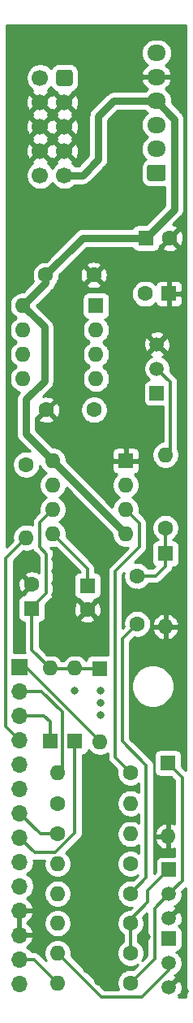
<source format=gbr>
%TF.GenerationSoftware,KiCad,Pcbnew,5.1.9+dfsg1-1~bpo10+1*%
%TF.CreationDate,2022-01-08T23:32:10+08:00*%
%TF.ProjectId,MiniADSR 1.0 - Main Board,4d696e69-4144-4535-9220-312e30202d20,rev?*%
%TF.SameCoordinates,Original*%
%TF.FileFunction,Copper,L2,Bot*%
%TF.FilePolarity,Positive*%
%FSLAX46Y46*%
G04 Gerber Fmt 4.6, Leading zero omitted, Abs format (unit mm)*
G04 Created by KiCad (PCBNEW 5.1.9+dfsg1-1~bpo10+1) date 2022-01-08 23:32:10*
%MOMM*%
%LPD*%
G01*
G04 APERTURE LIST*
%TA.AperFunction,ComponentPad*%
%ADD10C,1.600000*%
%TD*%
%TA.AperFunction,ComponentPad*%
%ADD11O,1.600000X1.600000*%
%TD*%
%TA.AperFunction,ComponentPad*%
%ADD12R,1.600000X1.600000*%
%TD*%
%TA.AperFunction,ComponentPad*%
%ADD13R,1.500000X1.500000*%
%TD*%
%TA.AperFunction,ComponentPad*%
%ADD14C,1.500000*%
%TD*%
%TA.AperFunction,ComponentPad*%
%ADD15R,1.700000X1.700000*%
%TD*%
%TA.AperFunction,ComponentPad*%
%ADD16O,1.700000X1.700000*%
%TD*%
%TA.AperFunction,ComponentPad*%
%ADD17O,1.950000X1.700000*%
%TD*%
%TA.AperFunction,ComponentPad*%
%ADD18C,1.700000*%
%TD*%
%TA.AperFunction,ViaPad*%
%ADD19C,0.800000*%
%TD*%
%TA.AperFunction,Conductor*%
%ADD20C,0.300000*%
%TD*%
%TA.AperFunction,Conductor*%
%ADD21C,0.750000*%
%TD*%
%TA.AperFunction,Conductor*%
%ADD22C,0.254000*%
%TD*%
%TA.AperFunction,Conductor*%
%ADD23C,0.100000*%
%TD*%
G04 APERTURE END LIST*
D10*
%TO.P,C1,1*%
%TO.N,Net-(C1-Pad1)*%
X149300000Y-111000000D03*
%TO.P,C1,2*%
%TO.N,Net-(C1-Pad2)*%
X149300000Y-116000000D03*
%TD*%
D11*
%TO.P,D1,2*%
%TO.N,GND2*%
X152500000Y-138120000D03*
D12*
%TO.P,D1,1*%
%TO.N,Net-(D1-Pad1)*%
X152500000Y-130500000D03*
%TD*%
D10*
%TO.P,R5,1*%
%TO.N,Net-(C1-Pad1)*%
X152250000Y-106000000D03*
D11*
%TO.P,R5,2*%
%TO.N,Net-(Q3-Pad2)*%
X152250000Y-98380000D03*
%TD*%
D12*
%TO.P,D2,1*%
%TO.N,Net-(C1-Pad1)*%
X152250000Y-108675000D03*
D11*
%TO.P,D2,2*%
%TO.N,GND2*%
X152250000Y-116295000D03*
%TD*%
D13*
%TO.P,Q1,1*%
%TO.N,Net-(Q1-Pad1)*%
X152600000Y-141600000D03*
D14*
%TO.P,Q1,3*%
%TO.N,GND2*%
X152600000Y-146680000D03*
%TO.P,Q1,2*%
%TO.N,Net-(D1-Pad1)*%
X152600000Y-144140000D03*
%TD*%
D12*
%TO.P,U1,1*%
%TO.N,GND2*%
X148100000Y-99000000D03*
D11*
%TO.P,U1,5*%
%TO.N,Net-(C2-Pad1)*%
X140480000Y-106620000D03*
%TO.P,U1,2*%
%TO.N,Net-(Q3-Pad1)*%
X148100000Y-101540000D03*
%TO.P,U1,6*%
%TO.N,Net-(C3-Pad1)*%
X140480000Y-104080000D03*
%TO.P,U1,3*%
%TO.N,Net-(R8-Pad1)*%
X148100000Y-104080000D03*
%TO.P,U1,7*%
%TO.N,B7*%
X140480000Y-101540000D03*
%TO.P,U1,4*%
%TO.N,+12V*%
X148100000Y-106620000D03*
%TO.P,U1,8*%
X140480000Y-99000000D03*
%TD*%
D10*
%TO.P,C2,2*%
%TO.N,GND2*%
X144100000Y-114500000D03*
D12*
%TO.P,C2,1*%
%TO.N,Net-(C2-Pad1)*%
X144100000Y-112000000D03*
%TD*%
D15*
%TO.P,J6,1*%
%TO.N,B3*%
X137000000Y-120470000D03*
D16*
%TO.P,J6,2*%
%TO.N,B4*%
X137000000Y-123010000D03*
%TO.P,J6,3*%
%TO.N,B5*%
X137000000Y-125550000D03*
%TO.P,J6,4*%
%TO.N,B6*%
X137000000Y-128090000D03*
%TO.P,J6,5*%
%TO.N,B7*%
X137000000Y-130630000D03*
%TO.P,J6,6*%
%TO.N,B8*%
X137000000Y-133170000D03*
%TO.P,J6,7*%
%TO.N,B9*%
X137000000Y-135710000D03*
%TO.P,J6,8*%
%TO.N,B10*%
X137000000Y-138250000D03*
%TO.P,J6,9*%
%TO.N,B11*%
X137000000Y-140790000D03*
%TO.P,J6,10*%
%TO.N,+12V*%
X137000000Y-143330000D03*
%TO.P,J6,11*%
%TO.N,GND2*%
X137000000Y-145870000D03*
%TO.P,J6,12*%
X137000000Y-148410000D03*
%TO.P,J6,13*%
%TO.N,B1*%
X137000000Y-150950000D03*
%TO.P,J6,14*%
%TO.N,B2*%
X137000000Y-153490000D03*
%TD*%
D10*
%TO.P,R3,1*%
%TO.N,Net-(Q1-Pad1)*%
X148600000Y-150300000D03*
D11*
%TO.P,R3,2*%
%TO.N,Net-(Q2-Pad2)*%
X140980000Y-150300000D03*
%TD*%
D10*
%TO.P,R1,1*%
%TO.N,Net-(D1-Pad1)*%
X148600000Y-153400000D03*
D11*
%TO.P,R1,2*%
%TO.N,B1*%
X140980000Y-153400000D03*
%TD*%
D13*
%TO.P,Q2,1*%
%TO.N,Net-(C1-Pad2)*%
X152600000Y-148800000D03*
D14*
%TO.P,Q2,3*%
%TO.N,GND2*%
X152600000Y-153880000D03*
%TO.P,Q2,2*%
%TO.N,Net-(Q2-Pad2)*%
X152600000Y-151340000D03*
%TD*%
D13*
%TO.P,Q3,1*%
%TO.N,Net-(Q3-Pad1)*%
X151350000Y-91950000D03*
D14*
%TO.P,Q3,3*%
%TO.N,GND2*%
X151350000Y-86870000D03*
%TO.P,Q3,2*%
%TO.N,Net-(Q3-Pad2)*%
X151350000Y-89410000D03*
%TD*%
D11*
%TO.P,R9,2*%
%TO.N,+12V*%
X148620000Y-137900000D03*
D10*
%TO.P,R9,1*%
%TO.N,B9*%
X141000000Y-137900000D03*
%TD*%
D11*
%TO.P,R10,2*%
%TO.N,B6*%
X137700000Y-107020000D03*
D10*
%TO.P,R10,1*%
%TO.N,Net-(R10-Pad1)*%
X137700000Y-99400000D03*
%TD*%
%TO.P,R8,1*%
%TO.N,Net-(R8-Pad1)*%
X148600000Y-131500000D03*
D11*
%TO.P,R8,2*%
%TO.N,B4*%
X140980000Y-131500000D03*
%TD*%
D10*
%TO.P,R7,1*%
%TO.N,+12V*%
X148600000Y-141000000D03*
D11*
%TO.P,R7,2*%
%TO.N,B11*%
X140980000Y-141000000D03*
%TD*%
%TO.P,R6,2*%
%TO.N,+12V*%
X148620000Y-134700000D03*
D10*
%TO.P,R6,1*%
%TO.N,Net-(Q3-Pad1)*%
X141000000Y-134700000D03*
%TD*%
D11*
%TO.P,R4,2*%
%TO.N,+12V*%
X140980000Y-144100000D03*
D10*
%TO.P,R4,1*%
%TO.N,Net-(C1-Pad2)*%
X148600000Y-144100000D03*
%TD*%
D11*
%TO.P,R2,2*%
%TO.N,+12V*%
X140980000Y-147200000D03*
D10*
%TO.P,R2,1*%
%TO.N,Net-(Q1-Pad1)*%
X148600000Y-147200000D03*
%TD*%
D12*
%TO.P,C3,1*%
%TO.N,Net-(C3-Pad1)*%
X138300000Y-114400000D03*
D10*
%TO.P,C3,2*%
%TO.N,GND2*%
X138300000Y-111900000D03*
%TD*%
%TO.P,C4,2*%
%TO.N,GND2*%
X152700000Y-75800000D03*
D12*
%TO.P,C4,1*%
%TO.N,+12V*%
X150200000Y-75800000D03*
%TD*%
%TO.P,C5,1*%
%TO.N,GND2*%
X152600000Y-81600000D03*
D10*
%TO.P,C5,2*%
%TO.N,-12V*%
X150100000Y-81600000D03*
%TD*%
%TO.P,C6,2*%
%TO.N,GND2*%
X144750000Y-79650000D03*
%TO.P,C6,1*%
%TO.N,+12V*%
X139750000Y-79650000D03*
%TD*%
%TO.P,C7,1*%
%TO.N,GND2*%
X139800000Y-93700000D03*
%TO.P,C7,2*%
%TO.N,-12V*%
X144800000Y-93700000D03*
%TD*%
D11*
%TO.P,D3,2*%
%TO.N,Net-(C3-Pad1)*%
X142800000Y-120630000D03*
D12*
%TO.P,D3,1*%
%TO.N,B10*%
X142800000Y-128250000D03*
%TD*%
%TO.P,D4,1*%
%TO.N,Net-(C3-Pad1)*%
X145400000Y-120650000D03*
D11*
%TO.P,D4,2*%
%TO.N,B3*%
X145400000Y-128270000D03*
%TD*%
D12*
%TO.P,D5,1*%
%TO.N,B5*%
X140200000Y-128250000D03*
D11*
%TO.P,D5,2*%
%TO.N,Net-(C3-Pad1)*%
X140200000Y-120630000D03*
%TD*%
%TO.P,J3,1*%
%TO.N,N/C*%
%TA.AperFunction,ComponentPad*%
G36*
G01*
X152025000Y-69850000D02*
X150575000Y-69850000D01*
G75*
G02*
X150325000Y-69600000I0J250000D01*
G01*
X150325000Y-68400000D01*
G75*
G02*
X150575000Y-68150000I250000J0D01*
G01*
X152025000Y-68150000D01*
G75*
G02*
X152275000Y-68400000I0J-250000D01*
G01*
X152275000Y-69600000D01*
G75*
G02*
X152025000Y-69850000I-250000J0D01*
G01*
G37*
%TD.AperFunction*%
D17*
%TO.P,J3,2*%
X151300000Y-66500000D03*
%TO.P,J3,3*%
X151300000Y-64000000D03*
%TO.P,J3,4*%
%TO.N,+12V*%
X151300000Y-61500000D03*
%TO.P,J3,5*%
%TO.N,GND2*%
X151300000Y-59000000D03*
%TO.P,J3,6*%
%TO.N,-12V*%
X151300000Y-56500000D03*
%TD*%
%TO.P,J5,1*%
%TO.N,-12V*%
%TA.AperFunction,ComponentPad*%
G36*
G01*
X142550000Y-58500000D02*
X142550000Y-59700000D01*
G75*
G02*
X142300000Y-59950000I-250000J0D01*
G01*
X141100000Y-59950000D01*
G75*
G02*
X140850000Y-59700000I0J250000D01*
G01*
X140850000Y-58500000D01*
G75*
G02*
X141100000Y-58250000I250000J0D01*
G01*
X142300000Y-58250000D01*
G75*
G02*
X142550000Y-58500000I0J-250000D01*
G01*
G37*
%TD.AperFunction*%
D18*
%TO.P,J5,3*%
%TO.N,GND2*%
X141700000Y-61640000D03*
%TO.P,J5,5*%
X141700000Y-64180000D03*
%TO.P,J5,7*%
X141700000Y-66720000D03*
%TO.P,J5,9*%
%TO.N,+12V*%
X141700000Y-69260000D03*
%TO.P,J5,2*%
%TO.N,-12V*%
X139160000Y-59100000D03*
%TO.P,J5,4*%
%TO.N,GND2*%
X139160000Y-61640000D03*
%TO.P,J5,6*%
X139160000Y-64180000D03*
%TO.P,J5,8*%
X139160000Y-66720000D03*
%TO.P,J5,10*%
%TO.N,+12V*%
X139160000Y-69260000D03*
%TD*%
D11*
%TO.P,U2,8*%
%TO.N,+12V*%
X137380000Y-82850000D03*
%TO.P,U2,4*%
%TO.N,-12V*%
X145000000Y-90470000D03*
%TO.P,U2,7*%
%TO.N,B2*%
X137380000Y-85390000D03*
%TO.P,U2,3*%
%TO.N,B8*%
X145000000Y-87930000D03*
%TO.P,U2,6*%
%TO.N,B2*%
X137380000Y-87930000D03*
%TO.P,U2,2*%
%TO.N,Net-(R10-Pad1)*%
X145000000Y-85390000D03*
%TO.P,U2,5*%
%TO.N,Net-(C3-Pad1)*%
X137380000Y-90470000D03*
D12*
%TO.P,U2,1*%
%TO.N,Net-(R10-Pad1)*%
X145000000Y-82850000D03*
%TD*%
D19*
%TO.N,*%
X145500000Y-123000000D03*
X145500000Y-124250000D03*
X145500000Y-125500000D03*
X142750000Y-123000000D03*
%TO.N,GND2*%
X154250000Y-154250000D03*
X150300000Y-148600000D03*
X144000000Y-117250000D03*
X142750000Y-117250000D03*
X141500000Y-117250000D03*
X137000000Y-116500000D03*
X137000000Y-117500000D03*
X137000000Y-118500000D03*
X144250000Y-108750000D03*
X145250000Y-108750000D03*
X142750000Y-116250000D03*
X142750000Y-118250000D03*
X141500000Y-118250000D03*
X140750000Y-114250000D03*
X140750000Y-113000000D03*
X140750000Y-111750000D03*
X145000000Y-116500000D03*
X152250000Y-113500000D03*
X152250000Y-112500000D03*
X152250000Y-111500000D03*
X149250000Y-112750000D03*
X149250000Y-114000000D03*
X145750000Y-99000000D03*
X145750000Y-100250000D03*
X145750000Y-101500000D03*
X144250000Y-100250000D03*
X144250000Y-99000000D03*
X144250000Y-105750000D03*
X145250000Y-105750000D03*
X145250000Y-107250000D03*
X144250000Y-107250000D03*
X140750000Y-110500000D03*
X140750000Y-109250000D03*
X145250000Y-131500000D03*
X145250000Y-132750000D03*
X145250000Y-134000000D03*
X145250000Y-135250000D03*
X145250000Y-136500000D03*
X145250000Y-137750000D03*
X145250000Y-139000000D03*
X145250000Y-140250000D03*
X145250000Y-141500000D03*
X144000000Y-141500000D03*
X144000000Y-140250000D03*
X144000000Y-139000000D03*
X144000000Y-137750000D03*
X144000000Y-136500000D03*
X144000000Y-135250000D03*
X144000000Y-134000000D03*
X144000000Y-142750000D03*
X144000000Y-145500000D03*
X144000000Y-146750000D03*
X144000000Y-148000000D03*
X144000000Y-149500000D03*
X144000000Y-150750000D03*
X144000000Y-152000000D03*
X145250000Y-152000000D03*
X145250000Y-150750000D03*
X145250000Y-149500000D03*
X145250000Y-148000000D03*
X145250000Y-146750000D03*
X145250000Y-145500000D03*
X145250000Y-153250000D03*
X146500000Y-153250000D03*
X146500000Y-152000000D03*
X137750000Y-101250000D03*
X137750000Y-102500000D03*
X137750000Y-105000000D03*
%TD*%
D20*
%TO.N,Net-(C1-Pad1)*%
X152250000Y-106000000D02*
X152250000Y-108675000D01*
X151250000Y-111000000D02*
X149300000Y-111000000D01*
X152250000Y-108675000D02*
X152250000Y-110000000D01*
X152250000Y-110000000D02*
X151250000Y-111000000D01*
%TO.N,Net-(C1-Pad2)*%
X150250000Y-142450000D02*
X148600000Y-144100000D01*
X147750000Y-128250000D02*
X150250000Y-130750000D01*
X150250000Y-130750000D02*
X150250000Y-142450000D01*
X149300000Y-116000000D02*
X147750000Y-117550000D01*
X147750000Y-117550000D02*
X147750000Y-128250000D01*
%TO.N,Net-(C2-Pad1)*%
X144100000Y-110240000D02*
X140480000Y-106620000D01*
X144100000Y-112000000D02*
X144100000Y-110240000D01*
%TO.N,Net-(C3-Pad1)*%
X138300000Y-118730000D02*
X140200000Y-120630000D01*
X138300000Y-114400000D02*
X138300000Y-118730000D01*
X139800000Y-112800000D02*
X138300000Y-114300000D01*
X139800000Y-108700000D02*
X139800000Y-112800000D01*
X139100000Y-108000000D02*
X139800000Y-108700000D01*
X140480000Y-104080000D02*
X139100000Y-105460000D01*
X138300000Y-114300000D02*
X138300000Y-114400000D01*
X139100000Y-105460000D02*
X139100000Y-108000000D01*
X140220000Y-120650000D02*
X140200000Y-120630000D01*
X145400000Y-120650000D02*
X140220000Y-120650000D01*
D21*
%TO.N,+12V*%
X143600000Y-75800000D02*
X139750000Y-79650000D01*
X150200000Y-75800000D02*
X143600000Y-75800000D01*
X139750000Y-80480000D02*
X137380000Y-82850000D01*
X139750000Y-79650000D02*
X139750000Y-80480000D01*
X148100000Y-106620000D02*
X140480000Y-99000000D01*
X137700000Y-96220000D02*
X140480000Y-99000000D01*
X137700000Y-92600000D02*
X137700000Y-96220000D01*
X139600000Y-90700000D02*
X137700000Y-92600000D01*
X137380000Y-82850000D02*
X139600000Y-85070000D01*
X139600000Y-85070000D02*
X139600000Y-90700000D01*
X145250000Y-67600000D02*
X143590000Y-69260000D01*
X145250000Y-63100000D02*
X145250000Y-67600000D01*
X143590000Y-69260000D02*
X141700000Y-69260000D01*
X151300000Y-61500000D02*
X146850000Y-61500000D01*
X146850000Y-61500000D02*
X145250000Y-63100000D01*
X153200000Y-72800000D02*
X150200000Y-75800000D01*
X151300000Y-61500000D02*
X153200000Y-63400000D01*
X153200000Y-63400000D02*
X153200000Y-72800000D01*
D20*
%TO.N,Net-(D1-Pad1)*%
X151100000Y-150900000D02*
X148600000Y-153400000D01*
X152600000Y-144140000D02*
X151100000Y-145640000D01*
X151100000Y-145640000D02*
X151100000Y-150900000D01*
X154000000Y-132000000D02*
X152500000Y-130500000D01*
X152600000Y-144140000D02*
X154000000Y-142740000D01*
X154000000Y-142740000D02*
X154000000Y-132000000D01*
%TO.N,Net-(Q1-Pad1)*%
X148600000Y-147200000D02*
X148600000Y-150300000D01*
X150400000Y-143775000D02*
X150400000Y-145000000D01*
X148600000Y-146800000D02*
X148600000Y-147200000D01*
X150400000Y-145000000D02*
X148600000Y-146800000D01*
X152600000Y-141600000D02*
X152575000Y-141600000D01*
X152575000Y-141600000D02*
X150400000Y-143775000D01*
%TO.N,Net-(Q2-Pad2)*%
X149800000Y-154900000D02*
X145580000Y-154900000D01*
X152600000Y-151340000D02*
X152600000Y-152100000D01*
X145580000Y-154900000D02*
X140980000Y-150300000D01*
X152600000Y-152100000D02*
X149800000Y-154900000D01*
%TO.N,Net-(Q3-Pad2)*%
X152750000Y-97880000D02*
X152250000Y-98380000D01*
X151350000Y-89410000D02*
X152750000Y-90810000D01*
X152750000Y-90810000D02*
X152750000Y-97880000D01*
%TO.N,Net-(R8-Pad1)*%
X147000000Y-129900000D02*
X148600000Y-131500000D01*
X147000000Y-110500000D02*
X147000000Y-129900000D01*
X149500000Y-108000000D02*
X147000000Y-110500000D01*
X148100000Y-104080000D02*
X149500000Y-105480000D01*
X149500000Y-105480000D02*
X149500000Y-108000000D01*
%TO.N,B4*%
X141500000Y-125200000D02*
X139310000Y-123010000D01*
X141500000Y-130980000D02*
X141500000Y-125200000D01*
X140980000Y-131500000D02*
X141500000Y-130980000D01*
X139310000Y-123010000D02*
X137000000Y-123010000D01*
%TO.N,B5*%
X139550000Y-125550000D02*
X137000000Y-125550000D01*
X140200000Y-128250000D02*
X140200000Y-126200000D01*
X140200000Y-126200000D02*
X139550000Y-125550000D01*
%TO.N,B1*%
X138530000Y-150950000D02*
X140980000Y-153400000D01*
X137000000Y-150950000D02*
X138530000Y-150950000D01*
%TO.N,B3*%
X145400000Y-128200000D02*
X137670000Y-120470000D01*
X145400000Y-128270000D02*
X145400000Y-128200000D01*
X137670000Y-120470000D02*
X137000000Y-120470000D01*
%TO.N,B6*%
X135600000Y-126690000D02*
X137000000Y-128090000D01*
X137700000Y-107020000D02*
X135600000Y-109120000D01*
X135600000Y-109120000D02*
X135600000Y-126690000D01*
%TO.N,B9*%
X139190000Y-137900000D02*
X137000000Y-135710000D01*
X141000000Y-137900000D02*
X139190000Y-137900000D01*
%TO.N,B10*%
X142800000Y-137802002D02*
X142800000Y-128250000D01*
X140752003Y-139849999D02*
X142800000Y-137802002D01*
X138599999Y-139849999D02*
X140752003Y-139849999D01*
X137000000Y-138250000D02*
X138599999Y-139849999D01*
%TD*%
D22*
%TO.N,GND2*%
X154340001Y-154840000D02*
X153607294Y-154840000D01*
X153673451Y-154773843D01*
X153556995Y-154657387D01*
X153795860Y-154591863D01*
X153911760Y-154344884D01*
X153977250Y-154080040D01*
X153989812Y-153807508D01*
X153948965Y-153537762D01*
X153856277Y-153281168D01*
X153795860Y-153168137D01*
X153556993Y-153102612D01*
X152779605Y-153880000D01*
X152793748Y-153894143D01*
X152614143Y-154073748D01*
X152600000Y-154059605D01*
X152585858Y-154073748D01*
X152406253Y-153894143D01*
X152420395Y-153880000D01*
X152406253Y-153865858D01*
X152585858Y-153686253D01*
X152600000Y-153700395D01*
X153377388Y-152923007D01*
X153311863Y-152684140D01*
X153184982Y-152624599D01*
X153185702Y-152623723D01*
X153206450Y-152598441D01*
X153219540Y-152582491D01*
X153256043Y-152567371D01*
X153482886Y-152415799D01*
X153675799Y-152222886D01*
X153827371Y-151996043D01*
X153931775Y-151743989D01*
X153985000Y-151476411D01*
X153985000Y-151203589D01*
X153931775Y-150936011D01*
X153827371Y-150683957D01*
X153675799Y-150457114D01*
X153482886Y-150264201D01*
X153366517Y-150186445D01*
X153474482Y-150175812D01*
X153594180Y-150139502D01*
X153704494Y-150080537D01*
X153801185Y-150001185D01*
X153880537Y-149904494D01*
X153939502Y-149794180D01*
X153975812Y-149674482D01*
X153988072Y-149550000D01*
X153988072Y-148050000D01*
X153975812Y-147925518D01*
X153939502Y-147805820D01*
X153880537Y-147695506D01*
X153801185Y-147598815D01*
X153704494Y-147519463D01*
X153594180Y-147460498D01*
X153571137Y-147453508D01*
X153795860Y-147391863D01*
X153911760Y-147144884D01*
X153977250Y-146880040D01*
X153989812Y-146607508D01*
X153948965Y-146337762D01*
X153856277Y-146081168D01*
X153795860Y-145968137D01*
X153556993Y-145902612D01*
X152779605Y-146680000D01*
X152793748Y-146694143D01*
X152614143Y-146873748D01*
X152600000Y-146859605D01*
X152585858Y-146873748D01*
X152406253Y-146694143D01*
X152420395Y-146680000D01*
X152406253Y-146665858D01*
X152585858Y-146486253D01*
X152600000Y-146500395D01*
X153377388Y-145723007D01*
X153311863Y-145484140D01*
X153153523Y-145409836D01*
X153256043Y-145367371D01*
X153482886Y-145215799D01*
X153675799Y-145022886D01*
X153827371Y-144796043D01*
X153931775Y-144543989D01*
X153985000Y-144276411D01*
X153985000Y-144003589D01*
X153962033Y-143888125D01*
X154340001Y-143510157D01*
X154340001Y-154840000D01*
%TA.AperFunction,Conductor*%
D23*
G36*
X154340001Y-154840000D02*
G01*
X153607294Y-154840000D01*
X153673451Y-154773843D01*
X153556995Y-154657387D01*
X153795860Y-154591863D01*
X153911760Y-154344884D01*
X153977250Y-154080040D01*
X153989812Y-153807508D01*
X153948965Y-153537762D01*
X153856277Y-153281168D01*
X153795860Y-153168137D01*
X153556993Y-153102612D01*
X152779605Y-153880000D01*
X152793748Y-153894143D01*
X152614143Y-154073748D01*
X152600000Y-154059605D01*
X152585858Y-154073748D01*
X152406253Y-153894143D01*
X152420395Y-153880000D01*
X152406253Y-153865858D01*
X152585858Y-153686253D01*
X152600000Y-153700395D01*
X153377388Y-152923007D01*
X153311863Y-152684140D01*
X153184982Y-152624599D01*
X153185702Y-152623723D01*
X153206450Y-152598441D01*
X153219540Y-152582491D01*
X153256043Y-152567371D01*
X153482886Y-152415799D01*
X153675799Y-152222886D01*
X153827371Y-151996043D01*
X153931775Y-151743989D01*
X153985000Y-151476411D01*
X153985000Y-151203589D01*
X153931775Y-150936011D01*
X153827371Y-150683957D01*
X153675799Y-150457114D01*
X153482886Y-150264201D01*
X153366517Y-150186445D01*
X153474482Y-150175812D01*
X153594180Y-150139502D01*
X153704494Y-150080537D01*
X153801185Y-150001185D01*
X153880537Y-149904494D01*
X153939502Y-149794180D01*
X153975812Y-149674482D01*
X153988072Y-149550000D01*
X153988072Y-148050000D01*
X153975812Y-147925518D01*
X153939502Y-147805820D01*
X153880537Y-147695506D01*
X153801185Y-147598815D01*
X153704494Y-147519463D01*
X153594180Y-147460498D01*
X153571137Y-147453508D01*
X153795860Y-147391863D01*
X153911760Y-147144884D01*
X153977250Y-146880040D01*
X153989812Y-146607508D01*
X153948965Y-146337762D01*
X153856277Y-146081168D01*
X153795860Y-145968137D01*
X153556993Y-145902612D01*
X152779605Y-146680000D01*
X152793748Y-146694143D01*
X152614143Y-146873748D01*
X152600000Y-146859605D01*
X152585858Y-146873748D01*
X152406253Y-146694143D01*
X152420395Y-146680000D01*
X152406253Y-146665858D01*
X152585858Y-146486253D01*
X152600000Y-146500395D01*
X153377388Y-145723007D01*
X153311863Y-145484140D01*
X153153523Y-145409836D01*
X153256043Y-145367371D01*
X153482886Y-145215799D01*
X153675799Y-145022886D01*
X153827371Y-144796043D01*
X153931775Y-144543989D01*
X153985000Y-144276411D01*
X153985000Y-144003589D01*
X153962033Y-143888125D01*
X154340001Y-143510157D01*
X154340001Y-154840000D01*
G37*
%TD.AperFunction*%
D22*
X144285363Y-129184759D02*
X144485241Y-129384637D01*
X144720273Y-129541680D01*
X144981426Y-129649853D01*
X145258665Y-129705000D01*
X145541335Y-129705000D01*
X145818574Y-129649853D01*
X146079727Y-129541680D01*
X146215001Y-129451293D01*
X146215001Y-129861437D01*
X146211203Y-129900000D01*
X146226359Y-130053886D01*
X146271246Y-130201859D01*
X146282112Y-130222187D01*
X146344139Y-130338233D01*
X146382818Y-130385363D01*
X146417655Y-130427812D01*
X146417659Y-130427816D01*
X146442237Y-130457764D01*
X146472185Y-130482342D01*
X147195446Y-131205603D01*
X147165000Y-131358665D01*
X147165000Y-131641335D01*
X147220147Y-131918574D01*
X147328320Y-132179727D01*
X147485363Y-132414759D01*
X147685241Y-132614637D01*
X147920273Y-132771680D01*
X148181426Y-132879853D01*
X148458665Y-132935000D01*
X148741335Y-132935000D01*
X149018574Y-132879853D01*
X149279727Y-132771680D01*
X149465000Y-132647885D01*
X149465000Y-133538752D01*
X149299727Y-133428320D01*
X149038574Y-133320147D01*
X148761335Y-133265000D01*
X148478665Y-133265000D01*
X148201426Y-133320147D01*
X147940273Y-133428320D01*
X147705241Y-133585363D01*
X147505363Y-133785241D01*
X147348320Y-134020273D01*
X147240147Y-134281426D01*
X147185000Y-134558665D01*
X147185000Y-134841335D01*
X147240147Y-135118574D01*
X147348320Y-135379727D01*
X147505363Y-135614759D01*
X147705241Y-135814637D01*
X147940273Y-135971680D01*
X148201426Y-136079853D01*
X148478665Y-136135000D01*
X148761335Y-136135000D01*
X149038574Y-136079853D01*
X149299727Y-135971680D01*
X149465000Y-135861248D01*
X149465001Y-136738752D01*
X149299727Y-136628320D01*
X149038574Y-136520147D01*
X148761335Y-136465000D01*
X148478665Y-136465000D01*
X148201426Y-136520147D01*
X147940273Y-136628320D01*
X147705241Y-136785363D01*
X147505363Y-136985241D01*
X147348320Y-137220273D01*
X147240147Y-137481426D01*
X147185000Y-137758665D01*
X147185000Y-138041335D01*
X147240147Y-138318574D01*
X147348320Y-138579727D01*
X147505363Y-138814759D01*
X147705241Y-139014637D01*
X147940273Y-139171680D01*
X148201426Y-139279853D01*
X148478665Y-139335000D01*
X148761335Y-139335000D01*
X149038574Y-139279853D01*
X149299727Y-139171680D01*
X149465001Y-139061248D01*
X149465001Y-139852116D01*
X149279727Y-139728320D01*
X149018574Y-139620147D01*
X148741335Y-139565000D01*
X148458665Y-139565000D01*
X148181426Y-139620147D01*
X147920273Y-139728320D01*
X147685241Y-139885363D01*
X147485363Y-140085241D01*
X147328320Y-140320273D01*
X147220147Y-140581426D01*
X147165000Y-140858665D01*
X147165000Y-141141335D01*
X147220147Y-141418574D01*
X147328320Y-141679727D01*
X147485363Y-141914759D01*
X147685241Y-142114637D01*
X147920273Y-142271680D01*
X148181426Y-142379853D01*
X148458665Y-142435000D01*
X148741335Y-142435000D01*
X149018574Y-142379853D01*
X149279727Y-142271680D01*
X149395557Y-142194285D01*
X148894396Y-142695446D01*
X148741335Y-142665000D01*
X148458665Y-142665000D01*
X148181426Y-142720147D01*
X147920273Y-142828320D01*
X147685241Y-142985363D01*
X147485363Y-143185241D01*
X147328320Y-143420273D01*
X147220147Y-143681426D01*
X147165000Y-143958665D01*
X147165000Y-144241335D01*
X147220147Y-144518574D01*
X147328320Y-144779727D01*
X147485363Y-145014759D01*
X147685241Y-145214637D01*
X147920273Y-145371680D01*
X148181426Y-145479853D01*
X148458665Y-145535000D01*
X148741335Y-145535000D01*
X148758197Y-145531646D01*
X148524843Y-145765000D01*
X148458665Y-145765000D01*
X148181426Y-145820147D01*
X147920273Y-145928320D01*
X147685241Y-146085363D01*
X147485363Y-146285241D01*
X147328320Y-146520273D01*
X147220147Y-146781426D01*
X147165000Y-147058665D01*
X147165000Y-147341335D01*
X147220147Y-147618574D01*
X147328320Y-147879727D01*
X147485363Y-148114759D01*
X147685241Y-148314637D01*
X147815000Y-148401339D01*
X147815001Y-149098661D01*
X147685241Y-149185363D01*
X147485363Y-149385241D01*
X147328320Y-149620273D01*
X147220147Y-149881426D01*
X147165000Y-150158665D01*
X147165000Y-150441335D01*
X147220147Y-150718574D01*
X147328320Y-150979727D01*
X147485363Y-151214759D01*
X147685241Y-151414637D01*
X147920273Y-151571680D01*
X148181426Y-151679853D01*
X148458665Y-151735000D01*
X148741335Y-151735000D01*
X149018574Y-151679853D01*
X149279727Y-151571680D01*
X149395558Y-151494284D01*
X148894396Y-151995446D01*
X148741335Y-151965000D01*
X148458665Y-151965000D01*
X148181426Y-152020147D01*
X147920273Y-152128320D01*
X147685241Y-152285363D01*
X147485363Y-152485241D01*
X147328320Y-152720273D01*
X147220147Y-152981426D01*
X147165000Y-153258665D01*
X147165000Y-153541335D01*
X147220147Y-153818574D01*
X147328320Y-154079727D01*
X147351889Y-154115000D01*
X145905158Y-154115000D01*
X142384554Y-150594397D01*
X142415000Y-150441335D01*
X142415000Y-150158665D01*
X142359853Y-149881426D01*
X142251680Y-149620273D01*
X142094637Y-149385241D01*
X141894759Y-149185363D01*
X141659727Y-149028320D01*
X141398574Y-148920147D01*
X141121335Y-148865000D01*
X140838665Y-148865000D01*
X140561426Y-148920147D01*
X140300273Y-149028320D01*
X140065241Y-149185363D01*
X139865363Y-149385241D01*
X139708320Y-149620273D01*
X139600147Y-149881426D01*
X139545000Y-150158665D01*
X139545000Y-150441335D01*
X139600147Y-150718574D01*
X139708320Y-150979727D01*
X139785715Y-151095558D01*
X139112347Y-150422190D01*
X139087764Y-150392236D01*
X138968233Y-150294138D01*
X138831860Y-150221246D01*
X138683887Y-150176359D01*
X138568561Y-150165000D01*
X138568553Y-150165000D01*
X138530000Y-150161203D01*
X138491447Y-150165000D01*
X138261474Y-150165000D01*
X138153475Y-150003368D01*
X137946632Y-149796525D01*
X137764466Y-149674805D01*
X137881355Y-149605178D01*
X138097588Y-149410269D01*
X138271641Y-149176920D01*
X138396825Y-148914099D01*
X138441476Y-148766890D01*
X138320155Y-148537000D01*
X137127000Y-148537000D01*
X137127000Y-148557000D01*
X136873000Y-148557000D01*
X136873000Y-148537000D01*
X136853000Y-148537000D01*
X136853000Y-148283000D01*
X136873000Y-148283000D01*
X136873000Y-145997000D01*
X137127000Y-145997000D01*
X137127000Y-148283000D01*
X138320155Y-148283000D01*
X138441476Y-148053110D01*
X138396825Y-147905901D01*
X138271641Y-147643080D01*
X138097588Y-147409731D01*
X137881355Y-147214822D01*
X137755745Y-147140000D01*
X137881355Y-147065178D01*
X137888580Y-147058665D01*
X139545000Y-147058665D01*
X139545000Y-147341335D01*
X139600147Y-147618574D01*
X139708320Y-147879727D01*
X139865363Y-148114759D01*
X140065241Y-148314637D01*
X140300273Y-148471680D01*
X140561426Y-148579853D01*
X140838665Y-148635000D01*
X141121335Y-148635000D01*
X141398574Y-148579853D01*
X141659727Y-148471680D01*
X141894759Y-148314637D01*
X142094637Y-148114759D01*
X142251680Y-147879727D01*
X142359853Y-147618574D01*
X142415000Y-147341335D01*
X142415000Y-147058665D01*
X142359853Y-146781426D01*
X142251680Y-146520273D01*
X142094637Y-146285241D01*
X141894759Y-146085363D01*
X141659727Y-145928320D01*
X141398574Y-145820147D01*
X141121335Y-145765000D01*
X140838665Y-145765000D01*
X140561426Y-145820147D01*
X140300273Y-145928320D01*
X140065241Y-146085363D01*
X139865363Y-146285241D01*
X139708320Y-146520273D01*
X139600147Y-146781426D01*
X139545000Y-147058665D01*
X137888580Y-147058665D01*
X138097588Y-146870269D01*
X138271641Y-146636920D01*
X138396825Y-146374099D01*
X138441476Y-146226890D01*
X138320155Y-145997000D01*
X137127000Y-145997000D01*
X136873000Y-145997000D01*
X136853000Y-145997000D01*
X136853000Y-145743000D01*
X136873000Y-145743000D01*
X136873000Y-145723000D01*
X137127000Y-145723000D01*
X137127000Y-145743000D01*
X138320155Y-145743000D01*
X138441476Y-145513110D01*
X138396825Y-145365901D01*
X138271641Y-145103080D01*
X138097588Y-144869731D01*
X137881355Y-144674822D01*
X137764466Y-144605195D01*
X137946632Y-144483475D01*
X138153475Y-144276632D01*
X138315990Y-144033411D01*
X138346950Y-143958665D01*
X139545000Y-143958665D01*
X139545000Y-144241335D01*
X139600147Y-144518574D01*
X139708320Y-144779727D01*
X139865363Y-145014759D01*
X140065241Y-145214637D01*
X140300273Y-145371680D01*
X140561426Y-145479853D01*
X140838665Y-145535000D01*
X141121335Y-145535000D01*
X141398574Y-145479853D01*
X141659727Y-145371680D01*
X141894759Y-145214637D01*
X142094637Y-145014759D01*
X142251680Y-144779727D01*
X142359853Y-144518574D01*
X142415000Y-144241335D01*
X142415000Y-143958665D01*
X142359853Y-143681426D01*
X142251680Y-143420273D01*
X142094637Y-143185241D01*
X141894759Y-142985363D01*
X141659727Y-142828320D01*
X141398574Y-142720147D01*
X141121335Y-142665000D01*
X140838665Y-142665000D01*
X140561426Y-142720147D01*
X140300273Y-142828320D01*
X140065241Y-142985363D01*
X139865363Y-143185241D01*
X139708320Y-143420273D01*
X139600147Y-143681426D01*
X139545000Y-143958665D01*
X138346950Y-143958665D01*
X138427932Y-143763158D01*
X138485000Y-143476260D01*
X138485000Y-143183740D01*
X138427932Y-142896842D01*
X138315990Y-142626589D01*
X138153475Y-142383368D01*
X137946632Y-142176525D01*
X137772240Y-142060000D01*
X137946632Y-141943475D01*
X138153475Y-141736632D01*
X138315990Y-141493411D01*
X138427932Y-141223158D01*
X138485000Y-140936260D01*
X138485000Y-140643740D01*
X138481699Y-140627145D01*
X138561438Y-140634999D01*
X138561445Y-140634999D01*
X138599998Y-140638796D01*
X138638551Y-140634999D01*
X139589491Y-140634999D01*
X139545000Y-140858665D01*
X139545000Y-141141335D01*
X139600147Y-141418574D01*
X139708320Y-141679727D01*
X139865363Y-141914759D01*
X140065241Y-142114637D01*
X140300273Y-142271680D01*
X140561426Y-142379853D01*
X140838665Y-142435000D01*
X141121335Y-142435000D01*
X141398574Y-142379853D01*
X141659727Y-142271680D01*
X141894759Y-142114637D01*
X142094637Y-141914759D01*
X142251680Y-141679727D01*
X142359853Y-141418574D01*
X142415000Y-141141335D01*
X142415000Y-140858665D01*
X142359853Y-140581426D01*
X142251680Y-140320273D01*
X142094637Y-140085241D01*
X141894759Y-139885363D01*
X141854018Y-139858141D01*
X143327817Y-138384343D01*
X143357764Y-138359766D01*
X143455862Y-138240235D01*
X143528754Y-138103862D01*
X143573641Y-137955889D01*
X143585000Y-137840563D01*
X143585000Y-137840556D01*
X143588797Y-137802003D01*
X143585000Y-137763450D01*
X143585000Y-129688072D01*
X143600000Y-129688072D01*
X143724482Y-129675812D01*
X143844180Y-129639502D01*
X143954494Y-129580537D01*
X144051185Y-129501185D01*
X144130537Y-129404494D01*
X144189502Y-129294180D01*
X144225812Y-129174482D01*
X144232580Y-129105763D01*
X144285363Y-129184759D01*
%TA.AperFunction,Conductor*%
D23*
G36*
X144285363Y-129184759D02*
G01*
X144485241Y-129384637D01*
X144720273Y-129541680D01*
X144981426Y-129649853D01*
X145258665Y-129705000D01*
X145541335Y-129705000D01*
X145818574Y-129649853D01*
X146079727Y-129541680D01*
X146215001Y-129451293D01*
X146215001Y-129861437D01*
X146211203Y-129900000D01*
X146226359Y-130053886D01*
X146271246Y-130201859D01*
X146282112Y-130222187D01*
X146344139Y-130338233D01*
X146382818Y-130385363D01*
X146417655Y-130427812D01*
X146417659Y-130427816D01*
X146442237Y-130457764D01*
X146472185Y-130482342D01*
X147195446Y-131205603D01*
X147165000Y-131358665D01*
X147165000Y-131641335D01*
X147220147Y-131918574D01*
X147328320Y-132179727D01*
X147485363Y-132414759D01*
X147685241Y-132614637D01*
X147920273Y-132771680D01*
X148181426Y-132879853D01*
X148458665Y-132935000D01*
X148741335Y-132935000D01*
X149018574Y-132879853D01*
X149279727Y-132771680D01*
X149465000Y-132647885D01*
X149465000Y-133538752D01*
X149299727Y-133428320D01*
X149038574Y-133320147D01*
X148761335Y-133265000D01*
X148478665Y-133265000D01*
X148201426Y-133320147D01*
X147940273Y-133428320D01*
X147705241Y-133585363D01*
X147505363Y-133785241D01*
X147348320Y-134020273D01*
X147240147Y-134281426D01*
X147185000Y-134558665D01*
X147185000Y-134841335D01*
X147240147Y-135118574D01*
X147348320Y-135379727D01*
X147505363Y-135614759D01*
X147705241Y-135814637D01*
X147940273Y-135971680D01*
X148201426Y-136079853D01*
X148478665Y-136135000D01*
X148761335Y-136135000D01*
X149038574Y-136079853D01*
X149299727Y-135971680D01*
X149465000Y-135861248D01*
X149465001Y-136738752D01*
X149299727Y-136628320D01*
X149038574Y-136520147D01*
X148761335Y-136465000D01*
X148478665Y-136465000D01*
X148201426Y-136520147D01*
X147940273Y-136628320D01*
X147705241Y-136785363D01*
X147505363Y-136985241D01*
X147348320Y-137220273D01*
X147240147Y-137481426D01*
X147185000Y-137758665D01*
X147185000Y-138041335D01*
X147240147Y-138318574D01*
X147348320Y-138579727D01*
X147505363Y-138814759D01*
X147705241Y-139014637D01*
X147940273Y-139171680D01*
X148201426Y-139279853D01*
X148478665Y-139335000D01*
X148761335Y-139335000D01*
X149038574Y-139279853D01*
X149299727Y-139171680D01*
X149465001Y-139061248D01*
X149465001Y-139852116D01*
X149279727Y-139728320D01*
X149018574Y-139620147D01*
X148741335Y-139565000D01*
X148458665Y-139565000D01*
X148181426Y-139620147D01*
X147920273Y-139728320D01*
X147685241Y-139885363D01*
X147485363Y-140085241D01*
X147328320Y-140320273D01*
X147220147Y-140581426D01*
X147165000Y-140858665D01*
X147165000Y-141141335D01*
X147220147Y-141418574D01*
X147328320Y-141679727D01*
X147485363Y-141914759D01*
X147685241Y-142114637D01*
X147920273Y-142271680D01*
X148181426Y-142379853D01*
X148458665Y-142435000D01*
X148741335Y-142435000D01*
X149018574Y-142379853D01*
X149279727Y-142271680D01*
X149395557Y-142194285D01*
X148894396Y-142695446D01*
X148741335Y-142665000D01*
X148458665Y-142665000D01*
X148181426Y-142720147D01*
X147920273Y-142828320D01*
X147685241Y-142985363D01*
X147485363Y-143185241D01*
X147328320Y-143420273D01*
X147220147Y-143681426D01*
X147165000Y-143958665D01*
X147165000Y-144241335D01*
X147220147Y-144518574D01*
X147328320Y-144779727D01*
X147485363Y-145014759D01*
X147685241Y-145214637D01*
X147920273Y-145371680D01*
X148181426Y-145479853D01*
X148458665Y-145535000D01*
X148741335Y-145535000D01*
X148758197Y-145531646D01*
X148524843Y-145765000D01*
X148458665Y-145765000D01*
X148181426Y-145820147D01*
X147920273Y-145928320D01*
X147685241Y-146085363D01*
X147485363Y-146285241D01*
X147328320Y-146520273D01*
X147220147Y-146781426D01*
X147165000Y-147058665D01*
X147165000Y-147341335D01*
X147220147Y-147618574D01*
X147328320Y-147879727D01*
X147485363Y-148114759D01*
X147685241Y-148314637D01*
X147815000Y-148401339D01*
X147815001Y-149098661D01*
X147685241Y-149185363D01*
X147485363Y-149385241D01*
X147328320Y-149620273D01*
X147220147Y-149881426D01*
X147165000Y-150158665D01*
X147165000Y-150441335D01*
X147220147Y-150718574D01*
X147328320Y-150979727D01*
X147485363Y-151214759D01*
X147685241Y-151414637D01*
X147920273Y-151571680D01*
X148181426Y-151679853D01*
X148458665Y-151735000D01*
X148741335Y-151735000D01*
X149018574Y-151679853D01*
X149279727Y-151571680D01*
X149395558Y-151494284D01*
X148894396Y-151995446D01*
X148741335Y-151965000D01*
X148458665Y-151965000D01*
X148181426Y-152020147D01*
X147920273Y-152128320D01*
X147685241Y-152285363D01*
X147485363Y-152485241D01*
X147328320Y-152720273D01*
X147220147Y-152981426D01*
X147165000Y-153258665D01*
X147165000Y-153541335D01*
X147220147Y-153818574D01*
X147328320Y-154079727D01*
X147351889Y-154115000D01*
X145905158Y-154115000D01*
X142384554Y-150594397D01*
X142415000Y-150441335D01*
X142415000Y-150158665D01*
X142359853Y-149881426D01*
X142251680Y-149620273D01*
X142094637Y-149385241D01*
X141894759Y-149185363D01*
X141659727Y-149028320D01*
X141398574Y-148920147D01*
X141121335Y-148865000D01*
X140838665Y-148865000D01*
X140561426Y-148920147D01*
X140300273Y-149028320D01*
X140065241Y-149185363D01*
X139865363Y-149385241D01*
X139708320Y-149620273D01*
X139600147Y-149881426D01*
X139545000Y-150158665D01*
X139545000Y-150441335D01*
X139600147Y-150718574D01*
X139708320Y-150979727D01*
X139785715Y-151095558D01*
X139112347Y-150422190D01*
X139087764Y-150392236D01*
X138968233Y-150294138D01*
X138831860Y-150221246D01*
X138683887Y-150176359D01*
X138568561Y-150165000D01*
X138568553Y-150165000D01*
X138530000Y-150161203D01*
X138491447Y-150165000D01*
X138261474Y-150165000D01*
X138153475Y-150003368D01*
X137946632Y-149796525D01*
X137764466Y-149674805D01*
X137881355Y-149605178D01*
X138097588Y-149410269D01*
X138271641Y-149176920D01*
X138396825Y-148914099D01*
X138441476Y-148766890D01*
X138320155Y-148537000D01*
X137127000Y-148537000D01*
X137127000Y-148557000D01*
X136873000Y-148557000D01*
X136873000Y-148537000D01*
X136853000Y-148537000D01*
X136853000Y-148283000D01*
X136873000Y-148283000D01*
X136873000Y-145997000D01*
X137127000Y-145997000D01*
X137127000Y-148283000D01*
X138320155Y-148283000D01*
X138441476Y-148053110D01*
X138396825Y-147905901D01*
X138271641Y-147643080D01*
X138097588Y-147409731D01*
X137881355Y-147214822D01*
X137755745Y-147140000D01*
X137881355Y-147065178D01*
X137888580Y-147058665D01*
X139545000Y-147058665D01*
X139545000Y-147341335D01*
X139600147Y-147618574D01*
X139708320Y-147879727D01*
X139865363Y-148114759D01*
X140065241Y-148314637D01*
X140300273Y-148471680D01*
X140561426Y-148579853D01*
X140838665Y-148635000D01*
X141121335Y-148635000D01*
X141398574Y-148579853D01*
X141659727Y-148471680D01*
X141894759Y-148314637D01*
X142094637Y-148114759D01*
X142251680Y-147879727D01*
X142359853Y-147618574D01*
X142415000Y-147341335D01*
X142415000Y-147058665D01*
X142359853Y-146781426D01*
X142251680Y-146520273D01*
X142094637Y-146285241D01*
X141894759Y-146085363D01*
X141659727Y-145928320D01*
X141398574Y-145820147D01*
X141121335Y-145765000D01*
X140838665Y-145765000D01*
X140561426Y-145820147D01*
X140300273Y-145928320D01*
X140065241Y-146085363D01*
X139865363Y-146285241D01*
X139708320Y-146520273D01*
X139600147Y-146781426D01*
X139545000Y-147058665D01*
X137888580Y-147058665D01*
X138097588Y-146870269D01*
X138271641Y-146636920D01*
X138396825Y-146374099D01*
X138441476Y-146226890D01*
X138320155Y-145997000D01*
X137127000Y-145997000D01*
X136873000Y-145997000D01*
X136853000Y-145997000D01*
X136853000Y-145743000D01*
X136873000Y-145743000D01*
X136873000Y-145723000D01*
X137127000Y-145723000D01*
X137127000Y-145743000D01*
X138320155Y-145743000D01*
X138441476Y-145513110D01*
X138396825Y-145365901D01*
X138271641Y-145103080D01*
X138097588Y-144869731D01*
X137881355Y-144674822D01*
X137764466Y-144605195D01*
X137946632Y-144483475D01*
X138153475Y-144276632D01*
X138315990Y-144033411D01*
X138346950Y-143958665D01*
X139545000Y-143958665D01*
X139545000Y-144241335D01*
X139600147Y-144518574D01*
X139708320Y-144779727D01*
X139865363Y-145014759D01*
X140065241Y-145214637D01*
X140300273Y-145371680D01*
X140561426Y-145479853D01*
X140838665Y-145535000D01*
X141121335Y-145535000D01*
X141398574Y-145479853D01*
X141659727Y-145371680D01*
X141894759Y-145214637D01*
X142094637Y-145014759D01*
X142251680Y-144779727D01*
X142359853Y-144518574D01*
X142415000Y-144241335D01*
X142415000Y-143958665D01*
X142359853Y-143681426D01*
X142251680Y-143420273D01*
X142094637Y-143185241D01*
X141894759Y-142985363D01*
X141659727Y-142828320D01*
X141398574Y-142720147D01*
X141121335Y-142665000D01*
X140838665Y-142665000D01*
X140561426Y-142720147D01*
X140300273Y-142828320D01*
X140065241Y-142985363D01*
X139865363Y-143185241D01*
X139708320Y-143420273D01*
X139600147Y-143681426D01*
X139545000Y-143958665D01*
X138346950Y-143958665D01*
X138427932Y-143763158D01*
X138485000Y-143476260D01*
X138485000Y-143183740D01*
X138427932Y-142896842D01*
X138315990Y-142626589D01*
X138153475Y-142383368D01*
X137946632Y-142176525D01*
X137772240Y-142060000D01*
X137946632Y-141943475D01*
X138153475Y-141736632D01*
X138315990Y-141493411D01*
X138427932Y-141223158D01*
X138485000Y-140936260D01*
X138485000Y-140643740D01*
X138481699Y-140627145D01*
X138561438Y-140634999D01*
X138561445Y-140634999D01*
X138599998Y-140638796D01*
X138638551Y-140634999D01*
X139589491Y-140634999D01*
X139545000Y-140858665D01*
X139545000Y-141141335D01*
X139600147Y-141418574D01*
X139708320Y-141679727D01*
X139865363Y-141914759D01*
X140065241Y-142114637D01*
X140300273Y-142271680D01*
X140561426Y-142379853D01*
X140838665Y-142435000D01*
X141121335Y-142435000D01*
X141398574Y-142379853D01*
X141659727Y-142271680D01*
X141894759Y-142114637D01*
X142094637Y-141914759D01*
X142251680Y-141679727D01*
X142359853Y-141418574D01*
X142415000Y-141141335D01*
X142415000Y-140858665D01*
X142359853Y-140581426D01*
X142251680Y-140320273D01*
X142094637Y-140085241D01*
X141894759Y-139885363D01*
X141854018Y-139858141D01*
X143327817Y-138384343D01*
X143357764Y-138359766D01*
X143455862Y-138240235D01*
X143528754Y-138103862D01*
X143573641Y-137955889D01*
X143585000Y-137840563D01*
X143585000Y-137840556D01*
X143588797Y-137802003D01*
X143585000Y-137763450D01*
X143585000Y-129688072D01*
X143600000Y-129688072D01*
X143724482Y-129675812D01*
X143844180Y-129639502D01*
X143954494Y-129580537D01*
X144051185Y-129501185D01*
X144130537Y-129404494D01*
X144189502Y-129294180D01*
X144225812Y-129174482D01*
X144232580Y-129105763D01*
X144285363Y-129184759D01*
G37*
%TD.AperFunction*%
D22*
X150315001Y-150574841D02*
X149794285Y-151095558D01*
X149871680Y-150979727D01*
X149979853Y-150718574D01*
X150035000Y-150441335D01*
X150035000Y-150158665D01*
X149979853Y-149881426D01*
X149871680Y-149620273D01*
X149714637Y-149385241D01*
X149514759Y-149185363D01*
X149385000Y-149098661D01*
X149385000Y-148401339D01*
X149514759Y-148314637D01*
X149714637Y-148114759D01*
X149871680Y-147879727D01*
X149979853Y-147618574D01*
X150035000Y-147341335D01*
X150035000Y-147058665D01*
X149979853Y-146781426D01*
X149906301Y-146603856D01*
X150315000Y-146195158D01*
X150315001Y-150574841D01*
%TA.AperFunction,Conductor*%
D23*
G36*
X150315001Y-150574841D02*
G01*
X149794285Y-151095558D01*
X149871680Y-150979727D01*
X149979853Y-150718574D01*
X150035000Y-150441335D01*
X150035000Y-150158665D01*
X149979853Y-149881426D01*
X149871680Y-149620273D01*
X149714637Y-149385241D01*
X149514759Y-149185363D01*
X149385000Y-149098661D01*
X149385000Y-148401339D01*
X149514759Y-148314637D01*
X149714637Y-148114759D01*
X149871680Y-147879727D01*
X149979853Y-147618574D01*
X150035000Y-147341335D01*
X150035000Y-147058665D01*
X149979853Y-146781426D01*
X149906301Y-146603856D01*
X150315000Y-146195158D01*
X150315001Y-150574841D01*
G37*
%TD.AperFunction*%
D22*
X154340001Y-131229843D02*
X153938072Y-130827914D01*
X153938072Y-129700000D01*
X153925812Y-129575518D01*
X153889502Y-129455820D01*
X153830537Y-129345506D01*
X153751185Y-129248815D01*
X153654494Y-129169463D01*
X153544180Y-129110498D01*
X153424482Y-129074188D01*
X153300000Y-129061928D01*
X151700000Y-129061928D01*
X151575518Y-129074188D01*
X151455820Y-129110498D01*
X151345506Y-129169463D01*
X151248815Y-129248815D01*
X151169463Y-129345506D01*
X151110498Y-129455820D01*
X151074188Y-129575518D01*
X151061928Y-129700000D01*
X151061928Y-131300000D01*
X151074188Y-131424482D01*
X151110498Y-131544180D01*
X151169463Y-131654494D01*
X151248815Y-131751185D01*
X151345506Y-131830537D01*
X151455820Y-131889502D01*
X151575518Y-131925812D01*
X151700000Y-131938072D01*
X152827914Y-131938072D01*
X153215001Y-132325159D01*
X153215001Y-136878367D01*
X152983087Y-136768754D01*
X152849039Y-136728096D01*
X152627000Y-136850085D01*
X152627000Y-137993000D01*
X152647000Y-137993000D01*
X152647000Y-138247000D01*
X152627000Y-138247000D01*
X152627000Y-139389915D01*
X152849039Y-139511904D01*
X152983087Y-139471246D01*
X153215000Y-139361634D01*
X153215000Y-140211928D01*
X151850000Y-140211928D01*
X151725518Y-140224188D01*
X151605820Y-140260498D01*
X151495506Y-140319463D01*
X151398815Y-140398815D01*
X151319463Y-140495506D01*
X151260498Y-140605820D01*
X151224188Y-140725518D01*
X151211928Y-140850000D01*
X151211928Y-141852914D01*
X151035000Y-142029842D01*
X151035000Y-138469040D01*
X151108091Y-138469040D01*
X151202930Y-138733881D01*
X151347615Y-138975131D01*
X151536586Y-139183519D01*
X151762580Y-139351037D01*
X152016913Y-139471246D01*
X152150961Y-139511904D01*
X152373000Y-139389915D01*
X152373000Y-138247000D01*
X151229376Y-138247000D01*
X151108091Y-138469040D01*
X151035000Y-138469040D01*
X151035000Y-137770960D01*
X151108091Y-137770960D01*
X151229376Y-137993000D01*
X152373000Y-137993000D01*
X152373000Y-136850085D01*
X152150961Y-136728096D01*
X152016913Y-136768754D01*
X151762580Y-136888963D01*
X151536586Y-137056481D01*
X151347615Y-137264869D01*
X151202930Y-137506119D01*
X151108091Y-137770960D01*
X151035000Y-137770960D01*
X151035000Y-130788556D01*
X151038797Y-130750000D01*
X151035000Y-130711440D01*
X151035000Y-130711439D01*
X151031020Y-130671026D01*
X151023642Y-130596113D01*
X150978754Y-130448140D01*
X150905862Y-130311767D01*
X150807764Y-130192236D01*
X150777817Y-130167659D01*
X148535000Y-127924843D01*
X148535000Y-122279872D01*
X148665000Y-122279872D01*
X148665000Y-122720128D01*
X148750890Y-123151925D01*
X148919369Y-123558669D01*
X149163962Y-123924729D01*
X149475271Y-124236038D01*
X149841331Y-124480631D01*
X150248075Y-124649110D01*
X150679872Y-124735000D01*
X151120128Y-124735000D01*
X151551925Y-124649110D01*
X151958669Y-124480631D01*
X152324729Y-124236038D01*
X152636038Y-123924729D01*
X152880631Y-123558669D01*
X153049110Y-123151925D01*
X153135000Y-122720128D01*
X153135000Y-122279872D01*
X153049110Y-121848075D01*
X152880631Y-121441331D01*
X152636038Y-121075271D01*
X152324729Y-120763962D01*
X151958669Y-120519369D01*
X151551925Y-120350890D01*
X151120128Y-120265000D01*
X150679872Y-120265000D01*
X150248075Y-120350890D01*
X149841331Y-120519369D01*
X149475271Y-120763962D01*
X149163962Y-121075271D01*
X148919369Y-121441331D01*
X148750890Y-121848075D01*
X148665000Y-122279872D01*
X148535000Y-122279872D01*
X148535000Y-117875157D01*
X149005604Y-117404554D01*
X149158665Y-117435000D01*
X149441335Y-117435000D01*
X149718574Y-117379853D01*
X149979727Y-117271680D01*
X150214759Y-117114637D01*
X150414637Y-116914759D01*
X150571680Y-116679727D01*
X150586462Y-116644040D01*
X150858091Y-116644040D01*
X150952930Y-116908881D01*
X151097615Y-117150131D01*
X151286586Y-117358519D01*
X151512580Y-117526037D01*
X151766913Y-117646246D01*
X151900961Y-117686904D01*
X152123000Y-117564915D01*
X152123000Y-116422000D01*
X152377000Y-116422000D01*
X152377000Y-117564915D01*
X152599039Y-117686904D01*
X152733087Y-117646246D01*
X152987420Y-117526037D01*
X153213414Y-117358519D01*
X153402385Y-117150131D01*
X153547070Y-116908881D01*
X153641909Y-116644040D01*
X153520624Y-116422000D01*
X152377000Y-116422000D01*
X152123000Y-116422000D01*
X150979376Y-116422000D01*
X150858091Y-116644040D01*
X150586462Y-116644040D01*
X150679853Y-116418574D01*
X150735000Y-116141335D01*
X150735000Y-115945960D01*
X150858091Y-115945960D01*
X150979376Y-116168000D01*
X152123000Y-116168000D01*
X152123000Y-115025085D01*
X152377000Y-115025085D01*
X152377000Y-116168000D01*
X153520624Y-116168000D01*
X153641909Y-115945960D01*
X153547070Y-115681119D01*
X153402385Y-115439869D01*
X153213414Y-115231481D01*
X152987420Y-115063963D01*
X152733087Y-114943754D01*
X152599039Y-114903096D01*
X152377000Y-115025085D01*
X152123000Y-115025085D01*
X151900961Y-114903096D01*
X151766913Y-114943754D01*
X151512580Y-115063963D01*
X151286586Y-115231481D01*
X151097615Y-115439869D01*
X150952930Y-115681119D01*
X150858091Y-115945960D01*
X150735000Y-115945960D01*
X150735000Y-115858665D01*
X150679853Y-115581426D01*
X150571680Y-115320273D01*
X150414637Y-115085241D01*
X150214759Y-114885363D01*
X149979727Y-114728320D01*
X149718574Y-114620147D01*
X149441335Y-114565000D01*
X149158665Y-114565000D01*
X148881426Y-114620147D01*
X148620273Y-114728320D01*
X148385241Y-114885363D01*
X148185363Y-115085241D01*
X148028320Y-115320273D01*
X147920147Y-115581426D01*
X147865000Y-115858665D01*
X147865000Y-116141335D01*
X147895446Y-116294396D01*
X147785000Y-116404843D01*
X147785000Y-110825157D01*
X147893185Y-110716972D01*
X147865000Y-110858665D01*
X147865000Y-111141335D01*
X147920147Y-111418574D01*
X148028320Y-111679727D01*
X148185363Y-111914759D01*
X148385241Y-112114637D01*
X148620273Y-112271680D01*
X148881426Y-112379853D01*
X149158665Y-112435000D01*
X149441335Y-112435000D01*
X149718574Y-112379853D01*
X149979727Y-112271680D01*
X150214759Y-112114637D01*
X150414637Y-111914759D01*
X150501339Y-111785000D01*
X151211447Y-111785000D01*
X151250000Y-111788797D01*
X151288553Y-111785000D01*
X151288561Y-111785000D01*
X151403887Y-111773641D01*
X151551860Y-111728754D01*
X151688233Y-111655862D01*
X151807764Y-111557764D01*
X151832347Y-111527810D01*
X152777810Y-110582347D01*
X152807764Y-110557764D01*
X152905862Y-110438233D01*
X152978754Y-110301860D01*
X152988041Y-110271246D01*
X153023642Y-110153887D01*
X153027662Y-110113072D01*
X153050000Y-110113072D01*
X153174482Y-110100812D01*
X153294180Y-110064502D01*
X153404494Y-110005537D01*
X153501185Y-109926185D01*
X153580537Y-109829494D01*
X153639502Y-109719180D01*
X153675812Y-109599482D01*
X153688072Y-109475000D01*
X153688072Y-107875000D01*
X153675812Y-107750518D01*
X153639502Y-107630820D01*
X153580537Y-107520506D01*
X153501185Y-107423815D01*
X153404494Y-107344463D01*
X153294180Y-107285498D01*
X153174482Y-107249188D01*
X153050000Y-107236928D01*
X153035000Y-107236928D01*
X153035000Y-107201339D01*
X153164759Y-107114637D01*
X153364637Y-106914759D01*
X153521680Y-106679727D01*
X153629853Y-106418574D01*
X153685000Y-106141335D01*
X153685000Y-105858665D01*
X153629853Y-105581426D01*
X153521680Y-105320273D01*
X153364637Y-105085241D01*
X153164759Y-104885363D01*
X152929727Y-104728320D01*
X152668574Y-104620147D01*
X152391335Y-104565000D01*
X152108665Y-104565000D01*
X151831426Y-104620147D01*
X151570273Y-104728320D01*
X151335241Y-104885363D01*
X151135363Y-105085241D01*
X150978320Y-105320273D01*
X150870147Y-105581426D01*
X150815000Y-105858665D01*
X150815000Y-106141335D01*
X150870147Y-106418574D01*
X150978320Y-106679727D01*
X151135363Y-106914759D01*
X151335241Y-107114637D01*
X151465000Y-107201339D01*
X151465000Y-107236928D01*
X151450000Y-107236928D01*
X151325518Y-107249188D01*
X151205820Y-107285498D01*
X151095506Y-107344463D01*
X150998815Y-107423815D01*
X150919463Y-107520506D01*
X150860498Y-107630820D01*
X150824188Y-107750518D01*
X150811928Y-107875000D01*
X150811928Y-109475000D01*
X150824188Y-109599482D01*
X150860498Y-109719180D01*
X150919463Y-109829494D01*
X150998815Y-109926185D01*
X151095506Y-110005537D01*
X151120791Y-110019052D01*
X150924843Y-110215000D01*
X150501339Y-110215000D01*
X150414637Y-110085241D01*
X150214759Y-109885363D01*
X149979727Y-109728320D01*
X149718574Y-109620147D01*
X149441335Y-109565000D01*
X149158665Y-109565000D01*
X149016973Y-109593185D01*
X150027816Y-108582342D01*
X150057764Y-108557764D01*
X150082346Y-108527812D01*
X150106450Y-108498441D01*
X150155862Y-108438233D01*
X150228754Y-108301860D01*
X150240916Y-108261767D01*
X150273642Y-108153887D01*
X150283381Y-108055000D01*
X150285000Y-108038561D01*
X150285000Y-108038556D01*
X150288797Y-108000000D01*
X150285000Y-107961444D01*
X150285000Y-105518555D01*
X150288797Y-105480000D01*
X150285000Y-105441440D01*
X150285000Y-105441439D01*
X150281020Y-105401026D01*
X150273642Y-105326113D01*
X150228754Y-105178140D01*
X150218064Y-105158140D01*
X150155862Y-105041767D01*
X150057764Y-104922236D01*
X150027817Y-104897659D01*
X149504554Y-104374396D01*
X149535000Y-104221335D01*
X149535000Y-103938665D01*
X149479853Y-103661426D01*
X149371680Y-103400273D01*
X149214637Y-103165241D01*
X149014759Y-102965363D01*
X148782241Y-102810000D01*
X149014759Y-102654637D01*
X149214637Y-102454759D01*
X149371680Y-102219727D01*
X149479853Y-101958574D01*
X149535000Y-101681335D01*
X149535000Y-101398665D01*
X149479853Y-101121426D01*
X149371680Y-100860273D01*
X149214637Y-100625241D01*
X149016039Y-100426643D01*
X149024482Y-100425812D01*
X149144180Y-100389502D01*
X149254494Y-100330537D01*
X149351185Y-100251185D01*
X149430537Y-100154494D01*
X149489502Y-100044180D01*
X149525812Y-99924482D01*
X149538072Y-99800000D01*
X149535000Y-99285750D01*
X149376250Y-99127000D01*
X148227000Y-99127000D01*
X148227000Y-99147000D01*
X147973000Y-99147000D01*
X147973000Y-99127000D01*
X146823750Y-99127000D01*
X146665000Y-99285750D01*
X146661928Y-99800000D01*
X146674188Y-99924482D01*
X146710498Y-100044180D01*
X146769463Y-100154494D01*
X146848815Y-100251185D01*
X146945506Y-100330537D01*
X147055820Y-100389502D01*
X147175518Y-100425812D01*
X147183961Y-100426643D01*
X146985363Y-100625241D01*
X146828320Y-100860273D01*
X146720147Y-101121426D01*
X146665000Y-101398665D01*
X146665000Y-101681335D01*
X146720147Y-101958574D01*
X146828320Y-102219727D01*
X146985363Y-102454759D01*
X147185241Y-102654637D01*
X147417759Y-102810000D01*
X147185241Y-102965363D01*
X146985363Y-103165241D01*
X146828320Y-103400273D01*
X146720147Y-103661426D01*
X146695199Y-103786844D01*
X141915000Y-99006645D01*
X141915000Y-98858665D01*
X141859853Y-98581426D01*
X141751680Y-98320273D01*
X141671317Y-98200000D01*
X146661928Y-98200000D01*
X146665000Y-98714250D01*
X146823750Y-98873000D01*
X147973000Y-98873000D01*
X147973000Y-97723750D01*
X148227000Y-97723750D01*
X148227000Y-98873000D01*
X149376250Y-98873000D01*
X149535000Y-98714250D01*
X149538072Y-98200000D01*
X149525812Y-98075518D01*
X149489502Y-97955820D01*
X149430537Y-97845506D01*
X149351185Y-97748815D01*
X149254494Y-97669463D01*
X149144180Y-97610498D01*
X149024482Y-97574188D01*
X148900000Y-97561928D01*
X148385750Y-97565000D01*
X148227000Y-97723750D01*
X147973000Y-97723750D01*
X147814250Y-97565000D01*
X147300000Y-97561928D01*
X147175518Y-97574188D01*
X147055820Y-97610498D01*
X146945506Y-97669463D01*
X146848815Y-97748815D01*
X146769463Y-97845506D01*
X146710498Y-97955820D01*
X146674188Y-98075518D01*
X146661928Y-98200000D01*
X141671317Y-98200000D01*
X141594637Y-98085241D01*
X141394759Y-97885363D01*
X141159727Y-97728320D01*
X140898574Y-97620147D01*
X140621335Y-97565000D01*
X140473356Y-97565000D01*
X138710000Y-95801645D01*
X138710000Y-94692702D01*
X138986903Y-94692702D01*
X139058486Y-94936671D01*
X139313996Y-95057571D01*
X139588184Y-95126300D01*
X139870512Y-95140217D01*
X140150130Y-95098787D01*
X140416292Y-95003603D01*
X140541514Y-94936671D01*
X140613097Y-94692702D01*
X139800000Y-93879605D01*
X138986903Y-94692702D01*
X138710000Y-94692702D01*
X138710000Y-94484549D01*
X138807298Y-94513097D01*
X139620395Y-93700000D01*
X139979605Y-93700000D01*
X140792702Y-94513097D01*
X141036671Y-94441514D01*
X141157571Y-94186004D01*
X141226300Y-93911816D01*
X141240217Y-93629488D01*
X141229724Y-93558665D01*
X143365000Y-93558665D01*
X143365000Y-93841335D01*
X143420147Y-94118574D01*
X143528320Y-94379727D01*
X143685363Y-94614759D01*
X143885241Y-94814637D01*
X144120273Y-94971680D01*
X144381426Y-95079853D01*
X144658665Y-95135000D01*
X144941335Y-95135000D01*
X145218574Y-95079853D01*
X145479727Y-94971680D01*
X145714759Y-94814637D01*
X145914637Y-94614759D01*
X146071680Y-94379727D01*
X146179853Y-94118574D01*
X146235000Y-93841335D01*
X146235000Y-93558665D01*
X146179853Y-93281426D01*
X146071680Y-93020273D01*
X145914637Y-92785241D01*
X145714759Y-92585363D01*
X145479727Y-92428320D01*
X145218574Y-92320147D01*
X144941335Y-92265000D01*
X144658665Y-92265000D01*
X144381426Y-92320147D01*
X144120273Y-92428320D01*
X143885241Y-92585363D01*
X143685363Y-92785241D01*
X143528320Y-93020273D01*
X143420147Y-93281426D01*
X143365000Y-93558665D01*
X141229724Y-93558665D01*
X141198787Y-93349870D01*
X141103603Y-93083708D01*
X141036671Y-92958486D01*
X140792702Y-92886903D01*
X139979605Y-93700000D01*
X139620395Y-93700000D01*
X139606253Y-93685858D01*
X139785858Y-93506253D01*
X139800000Y-93520395D01*
X140613097Y-92707298D01*
X140541514Y-92463329D01*
X140286004Y-92342429D01*
X140011816Y-92273700D01*
X139729488Y-92259783D01*
X139449870Y-92301213D01*
X139414490Y-92313865D01*
X140279100Y-91449256D01*
X140317633Y-91417633D01*
X140443847Y-91263840D01*
X140537632Y-91088380D01*
X140595385Y-90897994D01*
X140610000Y-90749608D01*
X140614886Y-90700000D01*
X140610000Y-90650392D01*
X140610000Y-85119604D01*
X140614886Y-85069999D01*
X140605177Y-84971426D01*
X140595385Y-84872006D01*
X140537632Y-84681620D01*
X140443847Y-84506160D01*
X140317633Y-84352367D01*
X140279094Y-84320739D01*
X138815000Y-82856645D01*
X138815000Y-82843355D01*
X139608355Y-82050000D01*
X143561928Y-82050000D01*
X143561928Y-83650000D01*
X143574188Y-83774482D01*
X143610498Y-83894180D01*
X143669463Y-84004494D01*
X143748815Y-84101185D01*
X143845506Y-84180537D01*
X143955820Y-84239502D01*
X144075518Y-84275812D01*
X144083961Y-84276643D01*
X143885363Y-84475241D01*
X143728320Y-84710273D01*
X143620147Y-84971426D01*
X143565000Y-85248665D01*
X143565000Y-85531335D01*
X143620147Y-85808574D01*
X143728320Y-86069727D01*
X143885363Y-86304759D01*
X144085241Y-86504637D01*
X144317759Y-86660000D01*
X144085241Y-86815363D01*
X143885363Y-87015241D01*
X143728320Y-87250273D01*
X143620147Y-87511426D01*
X143565000Y-87788665D01*
X143565000Y-88071335D01*
X143620147Y-88348574D01*
X143728320Y-88609727D01*
X143885363Y-88844759D01*
X144085241Y-89044637D01*
X144317759Y-89200000D01*
X144085241Y-89355363D01*
X143885363Y-89555241D01*
X143728320Y-89790273D01*
X143620147Y-90051426D01*
X143565000Y-90328665D01*
X143565000Y-90611335D01*
X143620147Y-90888574D01*
X143728320Y-91149727D01*
X143885363Y-91384759D01*
X144085241Y-91584637D01*
X144320273Y-91741680D01*
X144581426Y-91849853D01*
X144858665Y-91905000D01*
X145141335Y-91905000D01*
X145418574Y-91849853D01*
X145679727Y-91741680D01*
X145914759Y-91584637D01*
X146114637Y-91384759D01*
X146238088Y-91200000D01*
X149961928Y-91200000D01*
X149961928Y-92700000D01*
X149974188Y-92824482D01*
X150010498Y-92944180D01*
X150069463Y-93054494D01*
X150148815Y-93151185D01*
X150245506Y-93230537D01*
X150355820Y-93289502D01*
X150475518Y-93325812D01*
X150600000Y-93338072D01*
X151965000Y-93338072D01*
X151965001Y-96973577D01*
X151831426Y-97000147D01*
X151570273Y-97108320D01*
X151335241Y-97265363D01*
X151135363Y-97465241D01*
X150978320Y-97700273D01*
X150870147Y-97961426D01*
X150815000Y-98238665D01*
X150815000Y-98521335D01*
X150870147Y-98798574D01*
X150978320Y-99059727D01*
X151135363Y-99294759D01*
X151335241Y-99494637D01*
X151570273Y-99651680D01*
X151831426Y-99759853D01*
X152108665Y-99815000D01*
X152391335Y-99815000D01*
X152668574Y-99759853D01*
X152929727Y-99651680D01*
X153164759Y-99494637D01*
X153364637Y-99294759D01*
X153521680Y-99059727D01*
X153629853Y-98798574D01*
X153685000Y-98521335D01*
X153685000Y-98238665D01*
X153629853Y-97961426D01*
X153535000Y-97732430D01*
X153535000Y-90848555D01*
X153538797Y-90810000D01*
X153535000Y-90771440D01*
X153535000Y-90771439D01*
X153527964Y-90700000D01*
X153523642Y-90656113D01*
X153478754Y-90508140D01*
X153475475Y-90502005D01*
X153405862Y-90371767D01*
X153307764Y-90252236D01*
X153277817Y-90227659D01*
X152712033Y-89661875D01*
X152735000Y-89546411D01*
X152735000Y-89273589D01*
X152681775Y-89006011D01*
X152577371Y-88753957D01*
X152425799Y-88527114D01*
X152232886Y-88334201D01*
X152006043Y-88182629D01*
X151906721Y-88141489D01*
X151948832Y-88126277D01*
X152061863Y-88065860D01*
X152127388Y-87826993D01*
X151350000Y-87049605D01*
X150572612Y-87826993D01*
X150638137Y-88065860D01*
X150796477Y-88140164D01*
X150693957Y-88182629D01*
X150467114Y-88334201D01*
X150274201Y-88527114D01*
X150122629Y-88753957D01*
X150018225Y-89006011D01*
X149965000Y-89273589D01*
X149965000Y-89546411D01*
X150018225Y-89813989D01*
X150122629Y-90066043D01*
X150274201Y-90292886D01*
X150467114Y-90485799D01*
X150583483Y-90563555D01*
X150475518Y-90574188D01*
X150355820Y-90610498D01*
X150245506Y-90669463D01*
X150148815Y-90748815D01*
X150069463Y-90845506D01*
X150010498Y-90955820D01*
X149974188Y-91075518D01*
X149961928Y-91200000D01*
X146238088Y-91200000D01*
X146271680Y-91149727D01*
X146379853Y-90888574D01*
X146435000Y-90611335D01*
X146435000Y-90328665D01*
X146379853Y-90051426D01*
X146271680Y-89790273D01*
X146114637Y-89555241D01*
X145914759Y-89355363D01*
X145682241Y-89200000D01*
X145914759Y-89044637D01*
X146114637Y-88844759D01*
X146271680Y-88609727D01*
X146379853Y-88348574D01*
X146435000Y-88071335D01*
X146435000Y-87788665D01*
X146379853Y-87511426D01*
X146271680Y-87250273D01*
X146114637Y-87015241D01*
X146041888Y-86942492D01*
X149960188Y-86942492D01*
X150001035Y-87212238D01*
X150093723Y-87468832D01*
X150154140Y-87581863D01*
X150393007Y-87647388D01*
X151170395Y-86870000D01*
X151529605Y-86870000D01*
X152306993Y-87647388D01*
X152545860Y-87581863D01*
X152661760Y-87334884D01*
X152727250Y-87070040D01*
X152739812Y-86797508D01*
X152698965Y-86527762D01*
X152606277Y-86271168D01*
X152545860Y-86158137D01*
X152306993Y-86092612D01*
X151529605Y-86870000D01*
X151170395Y-86870000D01*
X150393007Y-86092612D01*
X150154140Y-86158137D01*
X150038240Y-86405116D01*
X149972750Y-86669960D01*
X149960188Y-86942492D01*
X146041888Y-86942492D01*
X145914759Y-86815363D01*
X145682241Y-86660000D01*
X145914759Y-86504637D01*
X146114637Y-86304759D01*
X146271680Y-86069727D01*
X146336595Y-85913007D01*
X150572612Y-85913007D01*
X151350000Y-86690395D01*
X152127388Y-85913007D01*
X152061863Y-85674140D01*
X151814884Y-85558240D01*
X151550040Y-85492750D01*
X151277508Y-85480188D01*
X151007762Y-85521035D01*
X150751168Y-85613723D01*
X150638137Y-85674140D01*
X150572612Y-85913007D01*
X146336595Y-85913007D01*
X146379853Y-85808574D01*
X146435000Y-85531335D01*
X146435000Y-85248665D01*
X146379853Y-84971426D01*
X146271680Y-84710273D01*
X146114637Y-84475241D01*
X145916039Y-84276643D01*
X145924482Y-84275812D01*
X146044180Y-84239502D01*
X146154494Y-84180537D01*
X146251185Y-84101185D01*
X146330537Y-84004494D01*
X146389502Y-83894180D01*
X146425812Y-83774482D01*
X146438072Y-83650000D01*
X146438072Y-82050000D01*
X146425812Y-81925518D01*
X146389502Y-81805820D01*
X146330537Y-81695506D01*
X146251185Y-81598815D01*
X146154494Y-81519463D01*
X146044180Y-81460498D01*
X146038138Y-81458665D01*
X148665000Y-81458665D01*
X148665000Y-81741335D01*
X148720147Y-82018574D01*
X148828320Y-82279727D01*
X148985363Y-82514759D01*
X149185241Y-82714637D01*
X149420273Y-82871680D01*
X149681426Y-82979853D01*
X149958665Y-83035000D01*
X150241335Y-83035000D01*
X150518574Y-82979853D01*
X150779727Y-82871680D01*
X151014759Y-82714637D01*
X151181339Y-82548057D01*
X151210498Y-82644180D01*
X151269463Y-82754494D01*
X151348815Y-82851185D01*
X151445506Y-82930537D01*
X151555820Y-82989502D01*
X151675518Y-83025812D01*
X151800000Y-83038072D01*
X152314250Y-83035000D01*
X152473000Y-82876250D01*
X152473000Y-81727000D01*
X152727000Y-81727000D01*
X152727000Y-82876250D01*
X152885750Y-83035000D01*
X153400000Y-83038072D01*
X153524482Y-83025812D01*
X153644180Y-82989502D01*
X153754494Y-82930537D01*
X153851185Y-82851185D01*
X153930537Y-82754494D01*
X153989502Y-82644180D01*
X154025812Y-82524482D01*
X154038072Y-82400000D01*
X154035000Y-81885750D01*
X153876250Y-81727000D01*
X152727000Y-81727000D01*
X152473000Y-81727000D01*
X152453000Y-81727000D01*
X152453000Y-81473000D01*
X152473000Y-81473000D01*
X152473000Y-80323750D01*
X152727000Y-80323750D01*
X152727000Y-81473000D01*
X153876250Y-81473000D01*
X154035000Y-81314250D01*
X154038072Y-80800000D01*
X154025812Y-80675518D01*
X153989502Y-80555820D01*
X153930537Y-80445506D01*
X153851185Y-80348815D01*
X153754494Y-80269463D01*
X153644180Y-80210498D01*
X153524482Y-80174188D01*
X153400000Y-80161928D01*
X152885750Y-80165000D01*
X152727000Y-80323750D01*
X152473000Y-80323750D01*
X152314250Y-80165000D01*
X151800000Y-80161928D01*
X151675518Y-80174188D01*
X151555820Y-80210498D01*
X151445506Y-80269463D01*
X151348815Y-80348815D01*
X151269463Y-80445506D01*
X151210498Y-80555820D01*
X151181339Y-80651943D01*
X151014759Y-80485363D01*
X150779727Y-80328320D01*
X150518574Y-80220147D01*
X150241335Y-80165000D01*
X149958665Y-80165000D01*
X149681426Y-80220147D01*
X149420273Y-80328320D01*
X149185241Y-80485363D01*
X148985363Y-80685241D01*
X148828320Y-80920273D01*
X148720147Y-81181426D01*
X148665000Y-81458665D01*
X146038138Y-81458665D01*
X145924482Y-81424188D01*
X145800000Y-81411928D01*
X144200000Y-81411928D01*
X144075518Y-81424188D01*
X143955820Y-81460498D01*
X143845506Y-81519463D01*
X143748815Y-81598815D01*
X143669463Y-81695506D01*
X143610498Y-81805820D01*
X143574188Y-81925518D01*
X143561928Y-82050000D01*
X139608355Y-82050000D01*
X140429094Y-81229261D01*
X140467633Y-81197633D01*
X140593847Y-81043840D01*
X140687632Y-80868380D01*
X140742765Y-80686631D01*
X140786694Y-80642702D01*
X143936903Y-80642702D01*
X144008486Y-80886671D01*
X144263996Y-81007571D01*
X144538184Y-81076300D01*
X144820512Y-81090217D01*
X145100130Y-81048787D01*
X145366292Y-80953603D01*
X145491514Y-80886671D01*
X145563097Y-80642702D01*
X144750000Y-79829605D01*
X143936903Y-80642702D01*
X140786694Y-80642702D01*
X140864637Y-80564759D01*
X141021680Y-80329727D01*
X141129853Y-80068574D01*
X141185000Y-79791335D01*
X141185000Y-79720512D01*
X143309783Y-79720512D01*
X143351213Y-80000130D01*
X143446397Y-80266292D01*
X143513329Y-80391514D01*
X143757298Y-80463097D01*
X144570395Y-79650000D01*
X144929605Y-79650000D01*
X145742702Y-80463097D01*
X145986671Y-80391514D01*
X146107571Y-80136004D01*
X146176300Y-79861816D01*
X146190217Y-79579488D01*
X146148787Y-79299870D01*
X146053603Y-79033708D01*
X145986671Y-78908486D01*
X145742702Y-78836903D01*
X144929605Y-79650000D01*
X144570395Y-79650000D01*
X143757298Y-78836903D01*
X143513329Y-78908486D01*
X143392429Y-79163996D01*
X143323700Y-79438184D01*
X143309783Y-79720512D01*
X141185000Y-79720512D01*
X141185000Y-79643355D01*
X142171057Y-78657298D01*
X143936903Y-78657298D01*
X144750000Y-79470395D01*
X145563097Y-78657298D01*
X145491514Y-78413329D01*
X145236004Y-78292429D01*
X144961816Y-78223700D01*
X144679488Y-78209783D01*
X144399870Y-78251213D01*
X144133708Y-78346397D01*
X144008486Y-78413329D01*
X143936903Y-78657298D01*
X142171057Y-78657298D01*
X144018355Y-76810000D01*
X148800130Y-76810000D01*
X148810498Y-76844180D01*
X148869463Y-76954494D01*
X148948815Y-77051185D01*
X149045506Y-77130537D01*
X149155820Y-77189502D01*
X149275518Y-77225812D01*
X149400000Y-77238072D01*
X151000000Y-77238072D01*
X151124482Y-77225812D01*
X151244180Y-77189502D01*
X151354494Y-77130537D01*
X151451185Y-77051185D01*
X151530537Y-76954494D01*
X151589502Y-76844180D01*
X151605117Y-76792702D01*
X151886903Y-76792702D01*
X151958486Y-77036671D01*
X152213996Y-77157571D01*
X152488184Y-77226300D01*
X152770512Y-77240217D01*
X153050130Y-77198787D01*
X153316292Y-77103603D01*
X153441514Y-77036671D01*
X153513097Y-76792702D01*
X152700000Y-75979605D01*
X151886903Y-76792702D01*
X151605117Y-76792702D01*
X151625812Y-76724482D01*
X151638072Y-76600000D01*
X151638072Y-76592785D01*
X151707298Y-76613097D01*
X152520395Y-75800000D01*
X152879605Y-75800000D01*
X153692702Y-76613097D01*
X153936671Y-76541514D01*
X154057571Y-76286004D01*
X154126300Y-76011816D01*
X154140217Y-75729488D01*
X154098787Y-75449870D01*
X154003603Y-75183708D01*
X153936671Y-75058486D01*
X153692702Y-74986903D01*
X152879605Y-75800000D01*
X152520395Y-75800000D01*
X152506253Y-75785858D01*
X152685858Y-75606253D01*
X152700000Y-75620395D01*
X153513097Y-74807298D01*
X153441514Y-74563329D01*
X153186004Y-74442429D01*
X153026027Y-74402329D01*
X153879100Y-73549256D01*
X153917633Y-73517633D01*
X154043847Y-73363840D01*
X154137632Y-73188380D01*
X154195385Y-72997994D01*
X154210000Y-72849608D01*
X154214886Y-72800000D01*
X154210000Y-72750392D01*
X154210000Y-63449608D01*
X154214886Y-63400000D01*
X154195385Y-63202005D01*
X154137632Y-63011620D01*
X154043846Y-62836159D01*
X153949256Y-62720900D01*
X153917633Y-62682367D01*
X153879100Y-62650744D01*
X152900254Y-61671899D01*
X152917185Y-61500000D01*
X152888513Y-61208889D01*
X152803599Y-60928966D01*
X152665706Y-60670986D01*
X152480134Y-60444866D01*
X152254014Y-60259294D01*
X152228278Y-60245538D01*
X152434429Y-60089049D01*
X152627496Y-59871193D01*
X152774352Y-59619858D01*
X152866476Y-59356890D01*
X152745155Y-59127000D01*
X151427000Y-59127000D01*
X151427000Y-59147000D01*
X151173000Y-59147000D01*
X151173000Y-59127000D01*
X149854845Y-59127000D01*
X149733524Y-59356890D01*
X149825648Y-59619858D01*
X149972504Y-59871193D01*
X150165571Y-60089049D01*
X150371722Y-60245538D01*
X150345986Y-60259294D01*
X150119866Y-60444866D01*
X150082825Y-60490000D01*
X146899608Y-60490000D01*
X146850000Y-60485114D01*
X146652005Y-60504615D01*
X146575140Y-60527932D01*
X146461620Y-60562368D01*
X146286160Y-60656153D01*
X146132367Y-60782367D01*
X146100744Y-60820901D01*
X144570906Y-62350739D01*
X144532367Y-62382367D01*
X144406153Y-62536160D01*
X144324251Y-62689389D01*
X144312368Y-62711621D01*
X144254615Y-62902006D01*
X144235114Y-63100000D01*
X144240000Y-63149608D01*
X144240001Y-67181643D01*
X143171645Y-68250000D01*
X142790107Y-68250000D01*
X142646632Y-68106525D01*
X142473271Y-67990689D01*
X142548792Y-67748397D01*
X141700000Y-66899605D01*
X140851208Y-67748397D01*
X140926729Y-67990689D01*
X140753368Y-68106525D01*
X140546525Y-68313368D01*
X140430000Y-68487760D01*
X140313475Y-68313368D01*
X140106632Y-68106525D01*
X139933271Y-67990689D01*
X140008792Y-67748397D01*
X139160000Y-66899605D01*
X138311208Y-67748397D01*
X138386729Y-67990689D01*
X138213368Y-68106525D01*
X138006525Y-68313368D01*
X137844010Y-68556589D01*
X137732068Y-68826842D01*
X137675000Y-69113740D01*
X137675000Y-69406260D01*
X137732068Y-69693158D01*
X137844010Y-69963411D01*
X138006525Y-70206632D01*
X138213368Y-70413475D01*
X138456589Y-70575990D01*
X138726842Y-70687932D01*
X139013740Y-70745000D01*
X139306260Y-70745000D01*
X139593158Y-70687932D01*
X139863411Y-70575990D01*
X140106632Y-70413475D01*
X140313475Y-70206632D01*
X140430000Y-70032240D01*
X140546525Y-70206632D01*
X140753368Y-70413475D01*
X140996589Y-70575990D01*
X141266842Y-70687932D01*
X141553740Y-70745000D01*
X141846260Y-70745000D01*
X142133158Y-70687932D01*
X142403411Y-70575990D01*
X142646632Y-70413475D01*
X142790107Y-70270000D01*
X143540392Y-70270000D01*
X143590000Y-70274886D01*
X143787994Y-70255385D01*
X143878395Y-70227962D01*
X143978380Y-70197632D01*
X144153840Y-70103847D01*
X144307633Y-69977633D01*
X144339261Y-69939094D01*
X145929099Y-68349256D01*
X145967633Y-68317633D01*
X146093847Y-68163840D01*
X146187632Y-67988380D01*
X146201092Y-67944010D01*
X146245385Y-67797995D01*
X146264886Y-67600000D01*
X146260000Y-67550392D01*
X146260000Y-63518355D01*
X147268356Y-62510000D01*
X150082825Y-62510000D01*
X150119866Y-62555134D01*
X150345986Y-62740706D01*
X150363374Y-62750000D01*
X150345986Y-62759294D01*
X150119866Y-62944866D01*
X149934294Y-63170986D01*
X149796401Y-63428966D01*
X149711487Y-63708889D01*
X149682815Y-64000000D01*
X149711487Y-64291111D01*
X149796401Y-64571034D01*
X149934294Y-64829014D01*
X150119866Y-65055134D01*
X150345986Y-65240706D01*
X150363374Y-65250000D01*
X150345986Y-65259294D01*
X150119866Y-65444866D01*
X149934294Y-65670986D01*
X149796401Y-65928966D01*
X149711487Y-66208889D01*
X149682815Y-66500000D01*
X149711487Y-66791111D01*
X149796401Y-67071034D01*
X149934294Y-67329014D01*
X150119866Y-67555134D01*
X150183337Y-67607223D01*
X150081614Y-67661595D01*
X149947038Y-67772038D01*
X149836595Y-67906614D01*
X149754528Y-68060150D01*
X149703992Y-68226746D01*
X149686928Y-68400000D01*
X149686928Y-69600000D01*
X149703992Y-69773254D01*
X149754528Y-69939850D01*
X149836595Y-70093386D01*
X149947038Y-70227962D01*
X150081614Y-70338405D01*
X150235150Y-70420472D01*
X150401746Y-70471008D01*
X150575000Y-70488072D01*
X152025000Y-70488072D01*
X152190001Y-70471821D01*
X152190001Y-72381643D01*
X150209717Y-74361928D01*
X149400000Y-74361928D01*
X149275518Y-74374188D01*
X149155820Y-74410498D01*
X149045506Y-74469463D01*
X148948815Y-74548815D01*
X148869463Y-74645506D01*
X148810498Y-74755820D01*
X148800130Y-74790000D01*
X143649604Y-74790000D01*
X143599999Y-74785114D01*
X143550394Y-74790000D01*
X143550392Y-74790000D01*
X143402006Y-74804615D01*
X143211620Y-74862368D01*
X143036160Y-74956153D01*
X142882367Y-75082367D01*
X142850739Y-75120906D01*
X139756645Y-78215000D01*
X139608665Y-78215000D01*
X139331426Y-78270147D01*
X139070273Y-78378320D01*
X138835241Y-78535363D01*
X138635363Y-78735241D01*
X138478320Y-78970273D01*
X138370147Y-79231426D01*
X138315000Y-79508665D01*
X138315000Y-79791335D01*
X138370147Y-80068574D01*
X138476445Y-80325200D01*
X137386645Y-81415000D01*
X137238665Y-81415000D01*
X136961426Y-81470147D01*
X136700273Y-81578320D01*
X136465241Y-81735363D01*
X136265363Y-81935241D01*
X136108320Y-82170273D01*
X136000147Y-82431426D01*
X135945000Y-82708665D01*
X135945000Y-82991335D01*
X136000147Y-83268574D01*
X136108320Y-83529727D01*
X136265363Y-83764759D01*
X136465241Y-83964637D01*
X136697759Y-84120000D01*
X136465241Y-84275363D01*
X136265363Y-84475241D01*
X136108320Y-84710273D01*
X136000147Y-84971426D01*
X135945000Y-85248665D01*
X135945000Y-85531335D01*
X136000147Y-85808574D01*
X136108320Y-86069727D01*
X136265363Y-86304759D01*
X136465241Y-86504637D01*
X136697759Y-86660000D01*
X136465241Y-86815363D01*
X136265363Y-87015241D01*
X136108320Y-87250273D01*
X136000147Y-87511426D01*
X135945000Y-87788665D01*
X135945000Y-88071335D01*
X136000147Y-88348574D01*
X136108320Y-88609727D01*
X136265363Y-88844759D01*
X136465241Y-89044637D01*
X136697759Y-89200000D01*
X136465241Y-89355363D01*
X136265363Y-89555241D01*
X136108320Y-89790273D01*
X136000147Y-90051426D01*
X135945000Y-90328665D01*
X135945000Y-90611335D01*
X136000147Y-90888574D01*
X136108320Y-91149727D01*
X136265363Y-91384759D01*
X136465241Y-91584637D01*
X136700273Y-91741680D01*
X136961426Y-91849853D01*
X137010171Y-91859549D01*
X136982367Y-91882367D01*
X136856153Y-92036160D01*
X136762369Y-92211620D01*
X136762368Y-92211621D01*
X136704615Y-92402006D01*
X136685114Y-92600000D01*
X136690000Y-92649608D01*
X136690001Y-96170382D01*
X136685114Y-96220000D01*
X136704615Y-96417994D01*
X136762368Y-96608379D01*
X136762369Y-96608380D01*
X136856154Y-96783840D01*
X136982368Y-96937633D01*
X137020901Y-96969256D01*
X138060175Y-98008531D01*
X137841335Y-97965000D01*
X137558665Y-97965000D01*
X137281426Y-98020147D01*
X137020273Y-98128320D01*
X136785241Y-98285363D01*
X136585363Y-98485241D01*
X136428320Y-98720273D01*
X136320147Y-98981426D01*
X136265000Y-99258665D01*
X136265000Y-99541335D01*
X136320147Y-99818574D01*
X136428320Y-100079727D01*
X136585363Y-100314759D01*
X136785241Y-100514637D01*
X137020273Y-100671680D01*
X137281426Y-100779853D01*
X137558665Y-100835000D01*
X137841335Y-100835000D01*
X138118574Y-100779853D01*
X138379727Y-100671680D01*
X138614759Y-100514637D01*
X138814637Y-100314759D01*
X138971680Y-100079727D01*
X139079853Y-99818574D01*
X139135000Y-99541335D01*
X139135000Y-99502717D01*
X139208320Y-99679727D01*
X139365363Y-99914759D01*
X139565241Y-100114637D01*
X139797759Y-100270000D01*
X139565241Y-100425363D01*
X139365363Y-100625241D01*
X139208320Y-100860273D01*
X139100147Y-101121426D01*
X139045000Y-101398665D01*
X139045000Y-101681335D01*
X139100147Y-101958574D01*
X139208320Y-102219727D01*
X139365363Y-102454759D01*
X139565241Y-102654637D01*
X139797759Y-102810000D01*
X139565241Y-102965363D01*
X139365363Y-103165241D01*
X139208320Y-103400273D01*
X139100147Y-103661426D01*
X139045000Y-103938665D01*
X139045000Y-104221335D01*
X139075446Y-104374397D01*
X138572190Y-104877653D01*
X138542236Y-104902236D01*
X138444138Y-105021768D01*
X138371246Y-105158141D01*
X138326359Y-105306114D01*
X138315000Y-105421440D01*
X138315000Y-105421447D01*
X138311203Y-105460000D01*
X138315000Y-105498553D01*
X138315000Y-105721509D01*
X138118574Y-105640147D01*
X137841335Y-105585000D01*
X137558665Y-105585000D01*
X137281426Y-105640147D01*
X137020273Y-105748320D01*
X136785241Y-105905363D01*
X136585363Y-106105241D01*
X136428320Y-106340273D01*
X136320147Y-106601426D01*
X136265000Y-106878665D01*
X136265000Y-107161335D01*
X136295446Y-107314396D01*
X135660000Y-107949843D01*
X135660000Y-66788531D01*
X137669389Y-66788531D01*
X137711401Y-67078019D01*
X137809081Y-67353747D01*
X137882528Y-67491157D01*
X138131603Y-67568792D01*
X138980395Y-66720000D01*
X139339605Y-66720000D01*
X140188397Y-67568792D01*
X140430000Y-67493486D01*
X140671603Y-67568792D01*
X141520395Y-66720000D01*
X141879605Y-66720000D01*
X142728397Y-67568792D01*
X142977472Y-67491157D01*
X143103371Y-67227117D01*
X143175339Y-66943589D01*
X143190611Y-66651469D01*
X143148599Y-66361981D01*
X143050919Y-66086253D01*
X142977472Y-65948843D01*
X142728397Y-65871208D01*
X141879605Y-66720000D01*
X141520395Y-66720000D01*
X140671603Y-65871208D01*
X140430000Y-65946514D01*
X140188397Y-65871208D01*
X139339605Y-66720000D01*
X138980395Y-66720000D01*
X138131603Y-65871208D01*
X137882528Y-65948843D01*
X137756629Y-66212883D01*
X137684661Y-66496411D01*
X137669389Y-66788531D01*
X135660000Y-66788531D01*
X135660000Y-65208397D01*
X138311208Y-65208397D01*
X138386514Y-65450000D01*
X138311208Y-65691603D01*
X139160000Y-66540395D01*
X140008792Y-65691603D01*
X139933486Y-65450000D01*
X140008792Y-65208397D01*
X140851208Y-65208397D01*
X140926514Y-65450000D01*
X140851208Y-65691603D01*
X141700000Y-66540395D01*
X142548792Y-65691603D01*
X142473486Y-65450000D01*
X142548792Y-65208397D01*
X141700000Y-64359605D01*
X140851208Y-65208397D01*
X140008792Y-65208397D01*
X139160000Y-64359605D01*
X138311208Y-65208397D01*
X135660000Y-65208397D01*
X135660000Y-64248531D01*
X137669389Y-64248531D01*
X137711401Y-64538019D01*
X137809081Y-64813747D01*
X137882528Y-64951157D01*
X138131603Y-65028792D01*
X138980395Y-64180000D01*
X139339605Y-64180000D01*
X140188397Y-65028792D01*
X140430000Y-64953486D01*
X140671603Y-65028792D01*
X141520395Y-64180000D01*
X141879605Y-64180000D01*
X142728397Y-65028792D01*
X142977472Y-64951157D01*
X143103371Y-64687117D01*
X143175339Y-64403589D01*
X143190611Y-64111469D01*
X143148599Y-63821981D01*
X143050919Y-63546253D01*
X142977472Y-63408843D01*
X142728397Y-63331208D01*
X141879605Y-64180000D01*
X141520395Y-64180000D01*
X140671603Y-63331208D01*
X140430000Y-63406514D01*
X140188397Y-63331208D01*
X139339605Y-64180000D01*
X138980395Y-64180000D01*
X138131603Y-63331208D01*
X137882528Y-63408843D01*
X137756629Y-63672883D01*
X137684661Y-63956411D01*
X137669389Y-64248531D01*
X135660000Y-64248531D01*
X135660000Y-62668397D01*
X138311208Y-62668397D01*
X138386514Y-62910000D01*
X138311208Y-63151603D01*
X139160000Y-64000395D01*
X140008792Y-63151603D01*
X139933486Y-62910000D01*
X140008792Y-62668397D01*
X140851208Y-62668397D01*
X140926514Y-62910000D01*
X140851208Y-63151603D01*
X141700000Y-64000395D01*
X142548792Y-63151603D01*
X142473486Y-62910000D01*
X142548792Y-62668397D01*
X141700000Y-61819605D01*
X140851208Y-62668397D01*
X140008792Y-62668397D01*
X139160000Y-61819605D01*
X138311208Y-62668397D01*
X135660000Y-62668397D01*
X135660000Y-61708531D01*
X137669389Y-61708531D01*
X137711401Y-61998019D01*
X137809081Y-62273747D01*
X137882528Y-62411157D01*
X138131603Y-62488792D01*
X138980395Y-61640000D01*
X139339605Y-61640000D01*
X140188397Y-62488792D01*
X140430000Y-62413486D01*
X140671603Y-62488792D01*
X141520395Y-61640000D01*
X141879605Y-61640000D01*
X142728397Y-62488792D01*
X142977472Y-62411157D01*
X143103371Y-62147117D01*
X143175339Y-61863589D01*
X143190611Y-61571469D01*
X143148599Y-61281981D01*
X143050919Y-61006253D01*
X142977472Y-60868843D01*
X142728397Y-60791208D01*
X141879605Y-61640000D01*
X141520395Y-61640000D01*
X140671603Y-60791208D01*
X140430000Y-60866514D01*
X140188397Y-60791208D01*
X139339605Y-61640000D01*
X138980395Y-61640000D01*
X138131603Y-60791208D01*
X137882528Y-60868843D01*
X137756629Y-61132883D01*
X137684661Y-61416411D01*
X137669389Y-61708531D01*
X135660000Y-61708531D01*
X135660000Y-58953740D01*
X137675000Y-58953740D01*
X137675000Y-59246260D01*
X137732068Y-59533158D01*
X137844010Y-59803411D01*
X138006525Y-60046632D01*
X138213368Y-60253475D01*
X138386729Y-60369311D01*
X138311208Y-60611603D01*
X139160000Y-61460395D01*
X140008792Y-60611603D01*
X139933271Y-60369311D01*
X140106632Y-60253475D01*
X140293715Y-60066392D01*
X140361595Y-60193386D01*
X140472038Y-60327962D01*
X140606614Y-60438405D01*
X140760150Y-60520472D01*
X140869293Y-60553580D01*
X140851208Y-60611603D01*
X141700000Y-61460395D01*
X142548792Y-60611603D01*
X142530707Y-60553580D01*
X142639850Y-60520472D01*
X142793386Y-60438405D01*
X142927962Y-60327962D01*
X143038405Y-60193386D01*
X143120472Y-60039850D01*
X143171008Y-59873254D01*
X143188072Y-59700000D01*
X143188072Y-58500000D01*
X143171008Y-58326746D01*
X143120472Y-58160150D01*
X143038405Y-58006614D01*
X142927962Y-57872038D01*
X142793386Y-57761595D01*
X142639850Y-57679528D01*
X142473254Y-57628992D01*
X142300000Y-57611928D01*
X141100000Y-57611928D01*
X140926746Y-57628992D01*
X140760150Y-57679528D01*
X140606614Y-57761595D01*
X140472038Y-57872038D01*
X140361595Y-58006614D01*
X140293715Y-58133608D01*
X140106632Y-57946525D01*
X139863411Y-57784010D01*
X139593158Y-57672068D01*
X139306260Y-57615000D01*
X139013740Y-57615000D01*
X138726842Y-57672068D01*
X138456589Y-57784010D01*
X138213368Y-57946525D01*
X138006525Y-58153368D01*
X137844010Y-58396589D01*
X137732068Y-58666842D01*
X137675000Y-58953740D01*
X135660000Y-58953740D01*
X135660000Y-56500000D01*
X149682815Y-56500000D01*
X149711487Y-56791111D01*
X149796401Y-57071034D01*
X149934294Y-57329014D01*
X150119866Y-57555134D01*
X150345986Y-57740706D01*
X150371722Y-57754462D01*
X150165571Y-57910951D01*
X149972504Y-58128807D01*
X149825648Y-58380142D01*
X149733524Y-58643110D01*
X149854845Y-58873000D01*
X151173000Y-58873000D01*
X151173000Y-58853000D01*
X151427000Y-58853000D01*
X151427000Y-58873000D01*
X152745155Y-58873000D01*
X152866476Y-58643110D01*
X152774352Y-58380142D01*
X152627496Y-58128807D01*
X152434429Y-57910951D01*
X152228278Y-57754462D01*
X152254014Y-57740706D01*
X152480134Y-57555134D01*
X152665706Y-57329014D01*
X152803599Y-57071034D01*
X152888513Y-56791111D01*
X152917185Y-56500000D01*
X152888513Y-56208889D01*
X152803599Y-55928966D01*
X152665706Y-55670986D01*
X152480134Y-55444866D01*
X152254014Y-55259294D01*
X151996034Y-55121401D01*
X151716111Y-55036487D01*
X151497950Y-55015000D01*
X151102050Y-55015000D01*
X150883889Y-55036487D01*
X150603966Y-55121401D01*
X150345986Y-55259294D01*
X150119866Y-55444866D01*
X149934294Y-55670986D01*
X149796401Y-55928966D01*
X149711487Y-56208889D01*
X149682815Y-56500000D01*
X135660000Y-56500000D01*
X135660000Y-53660000D01*
X154340000Y-53660000D01*
X154340001Y-131229843D01*
%TA.AperFunction,Conductor*%
D23*
G36*
X154340001Y-131229843D02*
G01*
X153938072Y-130827914D01*
X153938072Y-129700000D01*
X153925812Y-129575518D01*
X153889502Y-129455820D01*
X153830537Y-129345506D01*
X153751185Y-129248815D01*
X153654494Y-129169463D01*
X153544180Y-129110498D01*
X153424482Y-129074188D01*
X153300000Y-129061928D01*
X151700000Y-129061928D01*
X151575518Y-129074188D01*
X151455820Y-129110498D01*
X151345506Y-129169463D01*
X151248815Y-129248815D01*
X151169463Y-129345506D01*
X151110498Y-129455820D01*
X151074188Y-129575518D01*
X151061928Y-129700000D01*
X151061928Y-131300000D01*
X151074188Y-131424482D01*
X151110498Y-131544180D01*
X151169463Y-131654494D01*
X151248815Y-131751185D01*
X151345506Y-131830537D01*
X151455820Y-131889502D01*
X151575518Y-131925812D01*
X151700000Y-131938072D01*
X152827914Y-131938072D01*
X153215001Y-132325159D01*
X153215001Y-136878367D01*
X152983087Y-136768754D01*
X152849039Y-136728096D01*
X152627000Y-136850085D01*
X152627000Y-137993000D01*
X152647000Y-137993000D01*
X152647000Y-138247000D01*
X152627000Y-138247000D01*
X152627000Y-139389915D01*
X152849039Y-139511904D01*
X152983087Y-139471246D01*
X153215000Y-139361634D01*
X153215000Y-140211928D01*
X151850000Y-140211928D01*
X151725518Y-140224188D01*
X151605820Y-140260498D01*
X151495506Y-140319463D01*
X151398815Y-140398815D01*
X151319463Y-140495506D01*
X151260498Y-140605820D01*
X151224188Y-140725518D01*
X151211928Y-140850000D01*
X151211928Y-141852914D01*
X151035000Y-142029842D01*
X151035000Y-138469040D01*
X151108091Y-138469040D01*
X151202930Y-138733881D01*
X151347615Y-138975131D01*
X151536586Y-139183519D01*
X151762580Y-139351037D01*
X152016913Y-139471246D01*
X152150961Y-139511904D01*
X152373000Y-139389915D01*
X152373000Y-138247000D01*
X151229376Y-138247000D01*
X151108091Y-138469040D01*
X151035000Y-138469040D01*
X151035000Y-137770960D01*
X151108091Y-137770960D01*
X151229376Y-137993000D01*
X152373000Y-137993000D01*
X152373000Y-136850085D01*
X152150961Y-136728096D01*
X152016913Y-136768754D01*
X151762580Y-136888963D01*
X151536586Y-137056481D01*
X151347615Y-137264869D01*
X151202930Y-137506119D01*
X151108091Y-137770960D01*
X151035000Y-137770960D01*
X151035000Y-130788556D01*
X151038797Y-130750000D01*
X151035000Y-130711440D01*
X151035000Y-130711439D01*
X151031020Y-130671026D01*
X151023642Y-130596113D01*
X150978754Y-130448140D01*
X150905862Y-130311767D01*
X150807764Y-130192236D01*
X150777817Y-130167659D01*
X148535000Y-127924843D01*
X148535000Y-122279872D01*
X148665000Y-122279872D01*
X148665000Y-122720128D01*
X148750890Y-123151925D01*
X148919369Y-123558669D01*
X149163962Y-123924729D01*
X149475271Y-124236038D01*
X149841331Y-124480631D01*
X150248075Y-124649110D01*
X150679872Y-124735000D01*
X151120128Y-124735000D01*
X151551925Y-124649110D01*
X151958669Y-124480631D01*
X152324729Y-124236038D01*
X152636038Y-123924729D01*
X152880631Y-123558669D01*
X153049110Y-123151925D01*
X153135000Y-122720128D01*
X153135000Y-122279872D01*
X153049110Y-121848075D01*
X152880631Y-121441331D01*
X152636038Y-121075271D01*
X152324729Y-120763962D01*
X151958669Y-120519369D01*
X151551925Y-120350890D01*
X151120128Y-120265000D01*
X150679872Y-120265000D01*
X150248075Y-120350890D01*
X149841331Y-120519369D01*
X149475271Y-120763962D01*
X149163962Y-121075271D01*
X148919369Y-121441331D01*
X148750890Y-121848075D01*
X148665000Y-122279872D01*
X148535000Y-122279872D01*
X148535000Y-117875157D01*
X149005604Y-117404554D01*
X149158665Y-117435000D01*
X149441335Y-117435000D01*
X149718574Y-117379853D01*
X149979727Y-117271680D01*
X150214759Y-117114637D01*
X150414637Y-116914759D01*
X150571680Y-116679727D01*
X150586462Y-116644040D01*
X150858091Y-116644040D01*
X150952930Y-116908881D01*
X151097615Y-117150131D01*
X151286586Y-117358519D01*
X151512580Y-117526037D01*
X151766913Y-117646246D01*
X151900961Y-117686904D01*
X152123000Y-117564915D01*
X152123000Y-116422000D01*
X152377000Y-116422000D01*
X152377000Y-117564915D01*
X152599039Y-117686904D01*
X152733087Y-117646246D01*
X152987420Y-117526037D01*
X153213414Y-117358519D01*
X153402385Y-117150131D01*
X153547070Y-116908881D01*
X153641909Y-116644040D01*
X153520624Y-116422000D01*
X152377000Y-116422000D01*
X152123000Y-116422000D01*
X150979376Y-116422000D01*
X150858091Y-116644040D01*
X150586462Y-116644040D01*
X150679853Y-116418574D01*
X150735000Y-116141335D01*
X150735000Y-115945960D01*
X150858091Y-115945960D01*
X150979376Y-116168000D01*
X152123000Y-116168000D01*
X152123000Y-115025085D01*
X152377000Y-115025085D01*
X152377000Y-116168000D01*
X153520624Y-116168000D01*
X153641909Y-115945960D01*
X153547070Y-115681119D01*
X153402385Y-115439869D01*
X153213414Y-115231481D01*
X152987420Y-115063963D01*
X152733087Y-114943754D01*
X152599039Y-114903096D01*
X152377000Y-115025085D01*
X152123000Y-115025085D01*
X151900961Y-114903096D01*
X151766913Y-114943754D01*
X151512580Y-115063963D01*
X151286586Y-115231481D01*
X151097615Y-115439869D01*
X150952930Y-115681119D01*
X150858091Y-115945960D01*
X150735000Y-115945960D01*
X150735000Y-115858665D01*
X150679853Y-115581426D01*
X150571680Y-115320273D01*
X150414637Y-115085241D01*
X150214759Y-114885363D01*
X149979727Y-114728320D01*
X149718574Y-114620147D01*
X149441335Y-114565000D01*
X149158665Y-114565000D01*
X148881426Y-114620147D01*
X148620273Y-114728320D01*
X148385241Y-114885363D01*
X148185363Y-115085241D01*
X148028320Y-115320273D01*
X147920147Y-115581426D01*
X147865000Y-115858665D01*
X147865000Y-116141335D01*
X147895446Y-116294396D01*
X147785000Y-116404843D01*
X147785000Y-110825157D01*
X147893185Y-110716972D01*
X147865000Y-110858665D01*
X147865000Y-111141335D01*
X147920147Y-111418574D01*
X148028320Y-111679727D01*
X148185363Y-111914759D01*
X148385241Y-112114637D01*
X148620273Y-112271680D01*
X148881426Y-112379853D01*
X149158665Y-112435000D01*
X149441335Y-112435000D01*
X149718574Y-112379853D01*
X149979727Y-112271680D01*
X150214759Y-112114637D01*
X150414637Y-111914759D01*
X150501339Y-111785000D01*
X151211447Y-111785000D01*
X151250000Y-111788797D01*
X151288553Y-111785000D01*
X151288561Y-111785000D01*
X151403887Y-111773641D01*
X151551860Y-111728754D01*
X151688233Y-111655862D01*
X151807764Y-111557764D01*
X151832347Y-111527810D01*
X152777810Y-110582347D01*
X152807764Y-110557764D01*
X152905862Y-110438233D01*
X152978754Y-110301860D01*
X152988041Y-110271246D01*
X153023642Y-110153887D01*
X153027662Y-110113072D01*
X153050000Y-110113072D01*
X153174482Y-110100812D01*
X153294180Y-110064502D01*
X153404494Y-110005537D01*
X153501185Y-109926185D01*
X153580537Y-109829494D01*
X153639502Y-109719180D01*
X153675812Y-109599482D01*
X153688072Y-109475000D01*
X153688072Y-107875000D01*
X153675812Y-107750518D01*
X153639502Y-107630820D01*
X153580537Y-107520506D01*
X153501185Y-107423815D01*
X153404494Y-107344463D01*
X153294180Y-107285498D01*
X153174482Y-107249188D01*
X153050000Y-107236928D01*
X153035000Y-107236928D01*
X153035000Y-107201339D01*
X153164759Y-107114637D01*
X153364637Y-106914759D01*
X153521680Y-106679727D01*
X153629853Y-106418574D01*
X153685000Y-106141335D01*
X153685000Y-105858665D01*
X153629853Y-105581426D01*
X153521680Y-105320273D01*
X153364637Y-105085241D01*
X153164759Y-104885363D01*
X152929727Y-104728320D01*
X152668574Y-104620147D01*
X152391335Y-104565000D01*
X152108665Y-104565000D01*
X151831426Y-104620147D01*
X151570273Y-104728320D01*
X151335241Y-104885363D01*
X151135363Y-105085241D01*
X150978320Y-105320273D01*
X150870147Y-105581426D01*
X150815000Y-105858665D01*
X150815000Y-106141335D01*
X150870147Y-106418574D01*
X150978320Y-106679727D01*
X151135363Y-106914759D01*
X151335241Y-107114637D01*
X151465000Y-107201339D01*
X151465000Y-107236928D01*
X151450000Y-107236928D01*
X151325518Y-107249188D01*
X151205820Y-107285498D01*
X151095506Y-107344463D01*
X150998815Y-107423815D01*
X150919463Y-107520506D01*
X150860498Y-107630820D01*
X150824188Y-107750518D01*
X150811928Y-107875000D01*
X150811928Y-109475000D01*
X150824188Y-109599482D01*
X150860498Y-109719180D01*
X150919463Y-109829494D01*
X150998815Y-109926185D01*
X151095506Y-110005537D01*
X151120791Y-110019052D01*
X150924843Y-110215000D01*
X150501339Y-110215000D01*
X150414637Y-110085241D01*
X150214759Y-109885363D01*
X149979727Y-109728320D01*
X149718574Y-109620147D01*
X149441335Y-109565000D01*
X149158665Y-109565000D01*
X149016973Y-109593185D01*
X150027816Y-108582342D01*
X150057764Y-108557764D01*
X150082346Y-108527812D01*
X150106450Y-108498441D01*
X150155862Y-108438233D01*
X150228754Y-108301860D01*
X150240916Y-108261767D01*
X150273642Y-108153887D01*
X150283381Y-108055000D01*
X150285000Y-108038561D01*
X150285000Y-108038556D01*
X150288797Y-108000000D01*
X150285000Y-107961444D01*
X150285000Y-105518555D01*
X150288797Y-105480000D01*
X150285000Y-105441440D01*
X150285000Y-105441439D01*
X150281020Y-105401026D01*
X150273642Y-105326113D01*
X150228754Y-105178140D01*
X150218064Y-105158140D01*
X150155862Y-105041767D01*
X150057764Y-104922236D01*
X150027817Y-104897659D01*
X149504554Y-104374396D01*
X149535000Y-104221335D01*
X149535000Y-103938665D01*
X149479853Y-103661426D01*
X149371680Y-103400273D01*
X149214637Y-103165241D01*
X149014759Y-102965363D01*
X148782241Y-102810000D01*
X149014759Y-102654637D01*
X149214637Y-102454759D01*
X149371680Y-102219727D01*
X149479853Y-101958574D01*
X149535000Y-101681335D01*
X149535000Y-101398665D01*
X149479853Y-101121426D01*
X149371680Y-100860273D01*
X149214637Y-100625241D01*
X149016039Y-100426643D01*
X149024482Y-100425812D01*
X149144180Y-100389502D01*
X149254494Y-100330537D01*
X149351185Y-100251185D01*
X149430537Y-100154494D01*
X149489502Y-100044180D01*
X149525812Y-99924482D01*
X149538072Y-99800000D01*
X149535000Y-99285750D01*
X149376250Y-99127000D01*
X148227000Y-99127000D01*
X148227000Y-99147000D01*
X147973000Y-99147000D01*
X147973000Y-99127000D01*
X146823750Y-99127000D01*
X146665000Y-99285750D01*
X146661928Y-99800000D01*
X146674188Y-99924482D01*
X146710498Y-100044180D01*
X146769463Y-100154494D01*
X146848815Y-100251185D01*
X146945506Y-100330537D01*
X147055820Y-100389502D01*
X147175518Y-100425812D01*
X147183961Y-100426643D01*
X146985363Y-100625241D01*
X146828320Y-100860273D01*
X146720147Y-101121426D01*
X146665000Y-101398665D01*
X146665000Y-101681335D01*
X146720147Y-101958574D01*
X146828320Y-102219727D01*
X146985363Y-102454759D01*
X147185241Y-102654637D01*
X147417759Y-102810000D01*
X147185241Y-102965363D01*
X146985363Y-103165241D01*
X146828320Y-103400273D01*
X146720147Y-103661426D01*
X146695199Y-103786844D01*
X141915000Y-99006645D01*
X141915000Y-98858665D01*
X141859853Y-98581426D01*
X141751680Y-98320273D01*
X141671317Y-98200000D01*
X146661928Y-98200000D01*
X146665000Y-98714250D01*
X146823750Y-98873000D01*
X147973000Y-98873000D01*
X147973000Y-97723750D01*
X148227000Y-97723750D01*
X148227000Y-98873000D01*
X149376250Y-98873000D01*
X149535000Y-98714250D01*
X149538072Y-98200000D01*
X149525812Y-98075518D01*
X149489502Y-97955820D01*
X149430537Y-97845506D01*
X149351185Y-97748815D01*
X149254494Y-97669463D01*
X149144180Y-97610498D01*
X149024482Y-97574188D01*
X148900000Y-97561928D01*
X148385750Y-97565000D01*
X148227000Y-97723750D01*
X147973000Y-97723750D01*
X147814250Y-97565000D01*
X147300000Y-97561928D01*
X147175518Y-97574188D01*
X147055820Y-97610498D01*
X146945506Y-97669463D01*
X146848815Y-97748815D01*
X146769463Y-97845506D01*
X146710498Y-97955820D01*
X146674188Y-98075518D01*
X146661928Y-98200000D01*
X141671317Y-98200000D01*
X141594637Y-98085241D01*
X141394759Y-97885363D01*
X141159727Y-97728320D01*
X140898574Y-97620147D01*
X140621335Y-97565000D01*
X140473356Y-97565000D01*
X138710000Y-95801645D01*
X138710000Y-94692702D01*
X138986903Y-94692702D01*
X139058486Y-94936671D01*
X139313996Y-95057571D01*
X139588184Y-95126300D01*
X139870512Y-95140217D01*
X140150130Y-95098787D01*
X140416292Y-95003603D01*
X140541514Y-94936671D01*
X140613097Y-94692702D01*
X139800000Y-93879605D01*
X138986903Y-94692702D01*
X138710000Y-94692702D01*
X138710000Y-94484549D01*
X138807298Y-94513097D01*
X139620395Y-93700000D01*
X139979605Y-93700000D01*
X140792702Y-94513097D01*
X141036671Y-94441514D01*
X141157571Y-94186004D01*
X141226300Y-93911816D01*
X141240217Y-93629488D01*
X141229724Y-93558665D01*
X143365000Y-93558665D01*
X143365000Y-93841335D01*
X143420147Y-94118574D01*
X143528320Y-94379727D01*
X143685363Y-94614759D01*
X143885241Y-94814637D01*
X144120273Y-94971680D01*
X144381426Y-95079853D01*
X144658665Y-95135000D01*
X144941335Y-95135000D01*
X145218574Y-95079853D01*
X145479727Y-94971680D01*
X145714759Y-94814637D01*
X145914637Y-94614759D01*
X146071680Y-94379727D01*
X146179853Y-94118574D01*
X146235000Y-93841335D01*
X146235000Y-93558665D01*
X146179853Y-93281426D01*
X146071680Y-93020273D01*
X145914637Y-92785241D01*
X145714759Y-92585363D01*
X145479727Y-92428320D01*
X145218574Y-92320147D01*
X144941335Y-92265000D01*
X144658665Y-92265000D01*
X144381426Y-92320147D01*
X144120273Y-92428320D01*
X143885241Y-92585363D01*
X143685363Y-92785241D01*
X143528320Y-93020273D01*
X143420147Y-93281426D01*
X143365000Y-93558665D01*
X141229724Y-93558665D01*
X141198787Y-93349870D01*
X141103603Y-93083708D01*
X141036671Y-92958486D01*
X140792702Y-92886903D01*
X139979605Y-93700000D01*
X139620395Y-93700000D01*
X139606253Y-93685858D01*
X139785858Y-93506253D01*
X139800000Y-93520395D01*
X140613097Y-92707298D01*
X140541514Y-92463329D01*
X140286004Y-92342429D01*
X140011816Y-92273700D01*
X139729488Y-92259783D01*
X139449870Y-92301213D01*
X139414490Y-92313865D01*
X140279100Y-91449256D01*
X140317633Y-91417633D01*
X140443847Y-91263840D01*
X140537632Y-91088380D01*
X140595385Y-90897994D01*
X140610000Y-90749608D01*
X140614886Y-90700000D01*
X140610000Y-90650392D01*
X140610000Y-85119604D01*
X140614886Y-85069999D01*
X140605177Y-84971426D01*
X140595385Y-84872006D01*
X140537632Y-84681620D01*
X140443847Y-84506160D01*
X140317633Y-84352367D01*
X140279094Y-84320739D01*
X138815000Y-82856645D01*
X138815000Y-82843355D01*
X139608355Y-82050000D01*
X143561928Y-82050000D01*
X143561928Y-83650000D01*
X143574188Y-83774482D01*
X143610498Y-83894180D01*
X143669463Y-84004494D01*
X143748815Y-84101185D01*
X143845506Y-84180537D01*
X143955820Y-84239502D01*
X144075518Y-84275812D01*
X144083961Y-84276643D01*
X143885363Y-84475241D01*
X143728320Y-84710273D01*
X143620147Y-84971426D01*
X143565000Y-85248665D01*
X143565000Y-85531335D01*
X143620147Y-85808574D01*
X143728320Y-86069727D01*
X143885363Y-86304759D01*
X144085241Y-86504637D01*
X144317759Y-86660000D01*
X144085241Y-86815363D01*
X143885363Y-87015241D01*
X143728320Y-87250273D01*
X143620147Y-87511426D01*
X143565000Y-87788665D01*
X143565000Y-88071335D01*
X143620147Y-88348574D01*
X143728320Y-88609727D01*
X143885363Y-88844759D01*
X144085241Y-89044637D01*
X144317759Y-89200000D01*
X144085241Y-89355363D01*
X143885363Y-89555241D01*
X143728320Y-89790273D01*
X143620147Y-90051426D01*
X143565000Y-90328665D01*
X143565000Y-90611335D01*
X143620147Y-90888574D01*
X143728320Y-91149727D01*
X143885363Y-91384759D01*
X144085241Y-91584637D01*
X144320273Y-91741680D01*
X144581426Y-91849853D01*
X144858665Y-91905000D01*
X145141335Y-91905000D01*
X145418574Y-91849853D01*
X145679727Y-91741680D01*
X145914759Y-91584637D01*
X146114637Y-91384759D01*
X146238088Y-91200000D01*
X149961928Y-91200000D01*
X149961928Y-92700000D01*
X149974188Y-92824482D01*
X150010498Y-92944180D01*
X150069463Y-93054494D01*
X150148815Y-93151185D01*
X150245506Y-93230537D01*
X150355820Y-93289502D01*
X150475518Y-93325812D01*
X150600000Y-93338072D01*
X151965000Y-93338072D01*
X151965001Y-96973577D01*
X151831426Y-97000147D01*
X151570273Y-97108320D01*
X151335241Y-97265363D01*
X151135363Y-97465241D01*
X150978320Y-97700273D01*
X150870147Y-97961426D01*
X150815000Y-98238665D01*
X150815000Y-98521335D01*
X150870147Y-98798574D01*
X150978320Y-99059727D01*
X151135363Y-99294759D01*
X151335241Y-99494637D01*
X151570273Y-99651680D01*
X151831426Y-99759853D01*
X152108665Y-99815000D01*
X152391335Y-99815000D01*
X152668574Y-99759853D01*
X152929727Y-99651680D01*
X153164759Y-99494637D01*
X153364637Y-99294759D01*
X153521680Y-99059727D01*
X153629853Y-98798574D01*
X153685000Y-98521335D01*
X153685000Y-98238665D01*
X153629853Y-97961426D01*
X153535000Y-97732430D01*
X153535000Y-90848555D01*
X153538797Y-90810000D01*
X153535000Y-90771440D01*
X153535000Y-90771439D01*
X153527964Y-90700000D01*
X153523642Y-90656113D01*
X153478754Y-90508140D01*
X153475475Y-90502005D01*
X153405862Y-90371767D01*
X153307764Y-90252236D01*
X153277817Y-90227659D01*
X152712033Y-89661875D01*
X152735000Y-89546411D01*
X152735000Y-89273589D01*
X152681775Y-89006011D01*
X152577371Y-88753957D01*
X152425799Y-88527114D01*
X152232886Y-88334201D01*
X152006043Y-88182629D01*
X151906721Y-88141489D01*
X151948832Y-88126277D01*
X152061863Y-88065860D01*
X152127388Y-87826993D01*
X151350000Y-87049605D01*
X150572612Y-87826993D01*
X150638137Y-88065860D01*
X150796477Y-88140164D01*
X150693957Y-88182629D01*
X150467114Y-88334201D01*
X150274201Y-88527114D01*
X150122629Y-88753957D01*
X150018225Y-89006011D01*
X149965000Y-89273589D01*
X149965000Y-89546411D01*
X150018225Y-89813989D01*
X150122629Y-90066043D01*
X150274201Y-90292886D01*
X150467114Y-90485799D01*
X150583483Y-90563555D01*
X150475518Y-90574188D01*
X150355820Y-90610498D01*
X150245506Y-90669463D01*
X150148815Y-90748815D01*
X150069463Y-90845506D01*
X150010498Y-90955820D01*
X149974188Y-91075518D01*
X149961928Y-91200000D01*
X146238088Y-91200000D01*
X146271680Y-91149727D01*
X146379853Y-90888574D01*
X146435000Y-90611335D01*
X146435000Y-90328665D01*
X146379853Y-90051426D01*
X146271680Y-89790273D01*
X146114637Y-89555241D01*
X145914759Y-89355363D01*
X145682241Y-89200000D01*
X145914759Y-89044637D01*
X146114637Y-88844759D01*
X146271680Y-88609727D01*
X146379853Y-88348574D01*
X146435000Y-88071335D01*
X146435000Y-87788665D01*
X146379853Y-87511426D01*
X146271680Y-87250273D01*
X146114637Y-87015241D01*
X146041888Y-86942492D01*
X149960188Y-86942492D01*
X150001035Y-87212238D01*
X150093723Y-87468832D01*
X150154140Y-87581863D01*
X150393007Y-87647388D01*
X151170395Y-86870000D01*
X151529605Y-86870000D01*
X152306993Y-87647388D01*
X152545860Y-87581863D01*
X152661760Y-87334884D01*
X152727250Y-87070040D01*
X152739812Y-86797508D01*
X152698965Y-86527762D01*
X152606277Y-86271168D01*
X152545860Y-86158137D01*
X152306993Y-86092612D01*
X151529605Y-86870000D01*
X151170395Y-86870000D01*
X150393007Y-86092612D01*
X150154140Y-86158137D01*
X150038240Y-86405116D01*
X149972750Y-86669960D01*
X149960188Y-86942492D01*
X146041888Y-86942492D01*
X145914759Y-86815363D01*
X145682241Y-86660000D01*
X145914759Y-86504637D01*
X146114637Y-86304759D01*
X146271680Y-86069727D01*
X146336595Y-85913007D01*
X150572612Y-85913007D01*
X151350000Y-86690395D01*
X152127388Y-85913007D01*
X152061863Y-85674140D01*
X151814884Y-85558240D01*
X151550040Y-85492750D01*
X151277508Y-85480188D01*
X151007762Y-85521035D01*
X150751168Y-85613723D01*
X150638137Y-85674140D01*
X150572612Y-85913007D01*
X146336595Y-85913007D01*
X146379853Y-85808574D01*
X146435000Y-85531335D01*
X146435000Y-85248665D01*
X146379853Y-84971426D01*
X146271680Y-84710273D01*
X146114637Y-84475241D01*
X145916039Y-84276643D01*
X145924482Y-84275812D01*
X146044180Y-84239502D01*
X146154494Y-84180537D01*
X146251185Y-84101185D01*
X146330537Y-84004494D01*
X146389502Y-83894180D01*
X146425812Y-83774482D01*
X146438072Y-83650000D01*
X146438072Y-82050000D01*
X146425812Y-81925518D01*
X146389502Y-81805820D01*
X146330537Y-81695506D01*
X146251185Y-81598815D01*
X146154494Y-81519463D01*
X146044180Y-81460498D01*
X146038138Y-81458665D01*
X148665000Y-81458665D01*
X148665000Y-81741335D01*
X148720147Y-82018574D01*
X148828320Y-82279727D01*
X148985363Y-82514759D01*
X149185241Y-82714637D01*
X149420273Y-82871680D01*
X149681426Y-82979853D01*
X149958665Y-83035000D01*
X150241335Y-83035000D01*
X150518574Y-82979853D01*
X150779727Y-82871680D01*
X151014759Y-82714637D01*
X151181339Y-82548057D01*
X151210498Y-82644180D01*
X151269463Y-82754494D01*
X151348815Y-82851185D01*
X151445506Y-82930537D01*
X151555820Y-82989502D01*
X151675518Y-83025812D01*
X151800000Y-83038072D01*
X152314250Y-83035000D01*
X152473000Y-82876250D01*
X152473000Y-81727000D01*
X152727000Y-81727000D01*
X152727000Y-82876250D01*
X152885750Y-83035000D01*
X153400000Y-83038072D01*
X153524482Y-83025812D01*
X153644180Y-82989502D01*
X153754494Y-82930537D01*
X153851185Y-82851185D01*
X153930537Y-82754494D01*
X153989502Y-82644180D01*
X154025812Y-82524482D01*
X154038072Y-82400000D01*
X154035000Y-81885750D01*
X153876250Y-81727000D01*
X152727000Y-81727000D01*
X152473000Y-81727000D01*
X152453000Y-81727000D01*
X152453000Y-81473000D01*
X152473000Y-81473000D01*
X152473000Y-80323750D01*
X152727000Y-80323750D01*
X152727000Y-81473000D01*
X153876250Y-81473000D01*
X154035000Y-81314250D01*
X154038072Y-80800000D01*
X154025812Y-80675518D01*
X153989502Y-80555820D01*
X153930537Y-80445506D01*
X153851185Y-80348815D01*
X153754494Y-80269463D01*
X153644180Y-80210498D01*
X153524482Y-80174188D01*
X153400000Y-80161928D01*
X152885750Y-80165000D01*
X152727000Y-80323750D01*
X152473000Y-80323750D01*
X152314250Y-80165000D01*
X151800000Y-80161928D01*
X151675518Y-80174188D01*
X151555820Y-80210498D01*
X151445506Y-80269463D01*
X151348815Y-80348815D01*
X151269463Y-80445506D01*
X151210498Y-80555820D01*
X151181339Y-80651943D01*
X151014759Y-80485363D01*
X150779727Y-80328320D01*
X150518574Y-80220147D01*
X150241335Y-80165000D01*
X149958665Y-80165000D01*
X149681426Y-80220147D01*
X149420273Y-80328320D01*
X149185241Y-80485363D01*
X148985363Y-80685241D01*
X148828320Y-80920273D01*
X148720147Y-81181426D01*
X148665000Y-81458665D01*
X146038138Y-81458665D01*
X145924482Y-81424188D01*
X145800000Y-81411928D01*
X144200000Y-81411928D01*
X144075518Y-81424188D01*
X143955820Y-81460498D01*
X143845506Y-81519463D01*
X143748815Y-81598815D01*
X143669463Y-81695506D01*
X143610498Y-81805820D01*
X143574188Y-81925518D01*
X143561928Y-82050000D01*
X139608355Y-82050000D01*
X140429094Y-81229261D01*
X140467633Y-81197633D01*
X140593847Y-81043840D01*
X140687632Y-80868380D01*
X140742765Y-80686631D01*
X140786694Y-80642702D01*
X143936903Y-80642702D01*
X144008486Y-80886671D01*
X144263996Y-81007571D01*
X144538184Y-81076300D01*
X144820512Y-81090217D01*
X145100130Y-81048787D01*
X145366292Y-80953603D01*
X145491514Y-80886671D01*
X145563097Y-80642702D01*
X144750000Y-79829605D01*
X143936903Y-80642702D01*
X140786694Y-80642702D01*
X140864637Y-80564759D01*
X141021680Y-80329727D01*
X141129853Y-80068574D01*
X141185000Y-79791335D01*
X141185000Y-79720512D01*
X143309783Y-79720512D01*
X143351213Y-80000130D01*
X143446397Y-80266292D01*
X143513329Y-80391514D01*
X143757298Y-80463097D01*
X144570395Y-79650000D01*
X144929605Y-79650000D01*
X145742702Y-80463097D01*
X145986671Y-80391514D01*
X146107571Y-80136004D01*
X146176300Y-79861816D01*
X146190217Y-79579488D01*
X146148787Y-79299870D01*
X146053603Y-79033708D01*
X145986671Y-78908486D01*
X145742702Y-78836903D01*
X144929605Y-79650000D01*
X144570395Y-79650000D01*
X143757298Y-78836903D01*
X143513329Y-78908486D01*
X143392429Y-79163996D01*
X143323700Y-79438184D01*
X143309783Y-79720512D01*
X141185000Y-79720512D01*
X141185000Y-79643355D01*
X142171057Y-78657298D01*
X143936903Y-78657298D01*
X144750000Y-79470395D01*
X145563097Y-78657298D01*
X145491514Y-78413329D01*
X145236004Y-78292429D01*
X144961816Y-78223700D01*
X144679488Y-78209783D01*
X144399870Y-78251213D01*
X144133708Y-78346397D01*
X144008486Y-78413329D01*
X143936903Y-78657298D01*
X142171057Y-78657298D01*
X144018355Y-76810000D01*
X148800130Y-76810000D01*
X148810498Y-76844180D01*
X148869463Y-76954494D01*
X148948815Y-77051185D01*
X149045506Y-77130537D01*
X149155820Y-77189502D01*
X149275518Y-77225812D01*
X149400000Y-77238072D01*
X151000000Y-77238072D01*
X151124482Y-77225812D01*
X151244180Y-77189502D01*
X151354494Y-77130537D01*
X151451185Y-77051185D01*
X151530537Y-76954494D01*
X151589502Y-76844180D01*
X151605117Y-76792702D01*
X151886903Y-76792702D01*
X151958486Y-77036671D01*
X152213996Y-77157571D01*
X152488184Y-77226300D01*
X152770512Y-77240217D01*
X153050130Y-77198787D01*
X153316292Y-77103603D01*
X153441514Y-77036671D01*
X153513097Y-76792702D01*
X152700000Y-75979605D01*
X151886903Y-76792702D01*
X151605117Y-76792702D01*
X151625812Y-76724482D01*
X151638072Y-76600000D01*
X151638072Y-76592785D01*
X151707298Y-76613097D01*
X152520395Y-75800000D01*
X152879605Y-75800000D01*
X153692702Y-76613097D01*
X153936671Y-76541514D01*
X154057571Y-76286004D01*
X154126300Y-76011816D01*
X154140217Y-75729488D01*
X154098787Y-75449870D01*
X154003603Y-75183708D01*
X153936671Y-75058486D01*
X153692702Y-74986903D01*
X152879605Y-75800000D01*
X152520395Y-75800000D01*
X152506253Y-75785858D01*
X152685858Y-75606253D01*
X152700000Y-75620395D01*
X153513097Y-74807298D01*
X153441514Y-74563329D01*
X153186004Y-74442429D01*
X153026027Y-74402329D01*
X153879100Y-73549256D01*
X153917633Y-73517633D01*
X154043847Y-73363840D01*
X154137632Y-73188380D01*
X154195385Y-72997994D01*
X154210000Y-72849608D01*
X154214886Y-72800000D01*
X154210000Y-72750392D01*
X154210000Y-63449608D01*
X154214886Y-63400000D01*
X154195385Y-63202005D01*
X154137632Y-63011620D01*
X154043846Y-62836159D01*
X153949256Y-62720900D01*
X153917633Y-62682367D01*
X153879100Y-62650744D01*
X152900254Y-61671899D01*
X152917185Y-61500000D01*
X152888513Y-61208889D01*
X152803599Y-60928966D01*
X152665706Y-60670986D01*
X152480134Y-60444866D01*
X152254014Y-60259294D01*
X152228278Y-60245538D01*
X152434429Y-60089049D01*
X152627496Y-59871193D01*
X152774352Y-59619858D01*
X152866476Y-59356890D01*
X152745155Y-59127000D01*
X151427000Y-59127000D01*
X151427000Y-59147000D01*
X151173000Y-59147000D01*
X151173000Y-59127000D01*
X149854845Y-59127000D01*
X149733524Y-59356890D01*
X149825648Y-59619858D01*
X149972504Y-59871193D01*
X150165571Y-60089049D01*
X150371722Y-60245538D01*
X150345986Y-60259294D01*
X150119866Y-60444866D01*
X150082825Y-60490000D01*
X146899608Y-60490000D01*
X146850000Y-60485114D01*
X146652005Y-60504615D01*
X146575140Y-60527932D01*
X146461620Y-60562368D01*
X146286160Y-60656153D01*
X146132367Y-60782367D01*
X146100744Y-60820901D01*
X144570906Y-62350739D01*
X144532367Y-62382367D01*
X144406153Y-62536160D01*
X144324251Y-62689389D01*
X144312368Y-62711621D01*
X144254615Y-62902006D01*
X144235114Y-63100000D01*
X144240000Y-63149608D01*
X144240001Y-67181643D01*
X143171645Y-68250000D01*
X142790107Y-68250000D01*
X142646632Y-68106525D01*
X142473271Y-67990689D01*
X142548792Y-67748397D01*
X141700000Y-66899605D01*
X140851208Y-67748397D01*
X140926729Y-67990689D01*
X140753368Y-68106525D01*
X140546525Y-68313368D01*
X140430000Y-68487760D01*
X140313475Y-68313368D01*
X140106632Y-68106525D01*
X139933271Y-67990689D01*
X140008792Y-67748397D01*
X139160000Y-66899605D01*
X138311208Y-67748397D01*
X138386729Y-67990689D01*
X138213368Y-68106525D01*
X138006525Y-68313368D01*
X137844010Y-68556589D01*
X137732068Y-68826842D01*
X137675000Y-69113740D01*
X137675000Y-69406260D01*
X137732068Y-69693158D01*
X137844010Y-69963411D01*
X138006525Y-70206632D01*
X138213368Y-70413475D01*
X138456589Y-70575990D01*
X138726842Y-70687932D01*
X139013740Y-70745000D01*
X139306260Y-70745000D01*
X139593158Y-70687932D01*
X139863411Y-70575990D01*
X140106632Y-70413475D01*
X140313475Y-70206632D01*
X140430000Y-70032240D01*
X140546525Y-70206632D01*
X140753368Y-70413475D01*
X140996589Y-70575990D01*
X141266842Y-70687932D01*
X141553740Y-70745000D01*
X141846260Y-70745000D01*
X142133158Y-70687932D01*
X142403411Y-70575990D01*
X142646632Y-70413475D01*
X142790107Y-70270000D01*
X143540392Y-70270000D01*
X143590000Y-70274886D01*
X143787994Y-70255385D01*
X143878395Y-70227962D01*
X143978380Y-70197632D01*
X144153840Y-70103847D01*
X144307633Y-69977633D01*
X144339261Y-69939094D01*
X145929099Y-68349256D01*
X145967633Y-68317633D01*
X146093847Y-68163840D01*
X146187632Y-67988380D01*
X146201092Y-67944010D01*
X146245385Y-67797995D01*
X146264886Y-67600000D01*
X146260000Y-67550392D01*
X146260000Y-63518355D01*
X147268356Y-62510000D01*
X150082825Y-62510000D01*
X150119866Y-62555134D01*
X150345986Y-62740706D01*
X150363374Y-62750000D01*
X150345986Y-62759294D01*
X150119866Y-62944866D01*
X149934294Y-63170986D01*
X149796401Y-63428966D01*
X149711487Y-63708889D01*
X149682815Y-64000000D01*
X149711487Y-64291111D01*
X149796401Y-64571034D01*
X149934294Y-64829014D01*
X150119866Y-65055134D01*
X150345986Y-65240706D01*
X150363374Y-65250000D01*
X150345986Y-65259294D01*
X150119866Y-65444866D01*
X149934294Y-65670986D01*
X149796401Y-65928966D01*
X149711487Y-66208889D01*
X149682815Y-66500000D01*
X149711487Y-66791111D01*
X149796401Y-67071034D01*
X149934294Y-67329014D01*
X150119866Y-67555134D01*
X150183337Y-67607223D01*
X150081614Y-67661595D01*
X149947038Y-67772038D01*
X149836595Y-67906614D01*
X149754528Y-68060150D01*
X149703992Y-68226746D01*
X149686928Y-68400000D01*
X149686928Y-69600000D01*
X149703992Y-69773254D01*
X149754528Y-69939850D01*
X149836595Y-70093386D01*
X149947038Y-70227962D01*
X150081614Y-70338405D01*
X150235150Y-70420472D01*
X150401746Y-70471008D01*
X150575000Y-70488072D01*
X152025000Y-70488072D01*
X152190001Y-70471821D01*
X152190001Y-72381643D01*
X150209717Y-74361928D01*
X149400000Y-74361928D01*
X149275518Y-74374188D01*
X149155820Y-74410498D01*
X149045506Y-74469463D01*
X148948815Y-74548815D01*
X148869463Y-74645506D01*
X148810498Y-74755820D01*
X148800130Y-74790000D01*
X143649604Y-74790000D01*
X143599999Y-74785114D01*
X143550394Y-74790000D01*
X143550392Y-74790000D01*
X143402006Y-74804615D01*
X143211620Y-74862368D01*
X143036160Y-74956153D01*
X142882367Y-75082367D01*
X142850739Y-75120906D01*
X139756645Y-78215000D01*
X139608665Y-78215000D01*
X139331426Y-78270147D01*
X139070273Y-78378320D01*
X138835241Y-78535363D01*
X138635363Y-78735241D01*
X138478320Y-78970273D01*
X138370147Y-79231426D01*
X138315000Y-79508665D01*
X138315000Y-79791335D01*
X138370147Y-80068574D01*
X138476445Y-80325200D01*
X137386645Y-81415000D01*
X137238665Y-81415000D01*
X136961426Y-81470147D01*
X136700273Y-81578320D01*
X136465241Y-81735363D01*
X136265363Y-81935241D01*
X136108320Y-82170273D01*
X136000147Y-82431426D01*
X135945000Y-82708665D01*
X135945000Y-82991335D01*
X136000147Y-83268574D01*
X136108320Y-83529727D01*
X136265363Y-83764759D01*
X136465241Y-83964637D01*
X136697759Y-84120000D01*
X136465241Y-84275363D01*
X136265363Y-84475241D01*
X136108320Y-84710273D01*
X136000147Y-84971426D01*
X135945000Y-85248665D01*
X135945000Y-85531335D01*
X136000147Y-85808574D01*
X136108320Y-86069727D01*
X136265363Y-86304759D01*
X136465241Y-86504637D01*
X136697759Y-86660000D01*
X136465241Y-86815363D01*
X136265363Y-87015241D01*
X136108320Y-87250273D01*
X136000147Y-87511426D01*
X135945000Y-87788665D01*
X135945000Y-88071335D01*
X136000147Y-88348574D01*
X136108320Y-88609727D01*
X136265363Y-88844759D01*
X136465241Y-89044637D01*
X136697759Y-89200000D01*
X136465241Y-89355363D01*
X136265363Y-89555241D01*
X136108320Y-89790273D01*
X136000147Y-90051426D01*
X135945000Y-90328665D01*
X135945000Y-90611335D01*
X136000147Y-90888574D01*
X136108320Y-91149727D01*
X136265363Y-91384759D01*
X136465241Y-91584637D01*
X136700273Y-91741680D01*
X136961426Y-91849853D01*
X137010171Y-91859549D01*
X136982367Y-91882367D01*
X136856153Y-92036160D01*
X136762369Y-92211620D01*
X136762368Y-92211621D01*
X136704615Y-92402006D01*
X136685114Y-92600000D01*
X136690000Y-92649608D01*
X136690001Y-96170382D01*
X136685114Y-96220000D01*
X136704615Y-96417994D01*
X136762368Y-96608379D01*
X136762369Y-96608380D01*
X136856154Y-96783840D01*
X136982368Y-96937633D01*
X137020901Y-96969256D01*
X138060175Y-98008531D01*
X137841335Y-97965000D01*
X137558665Y-97965000D01*
X137281426Y-98020147D01*
X137020273Y-98128320D01*
X136785241Y-98285363D01*
X136585363Y-98485241D01*
X136428320Y-98720273D01*
X136320147Y-98981426D01*
X136265000Y-99258665D01*
X136265000Y-99541335D01*
X136320147Y-99818574D01*
X136428320Y-100079727D01*
X136585363Y-100314759D01*
X136785241Y-100514637D01*
X137020273Y-100671680D01*
X137281426Y-100779853D01*
X137558665Y-100835000D01*
X137841335Y-100835000D01*
X138118574Y-100779853D01*
X138379727Y-100671680D01*
X138614759Y-100514637D01*
X138814637Y-100314759D01*
X138971680Y-100079727D01*
X139079853Y-99818574D01*
X139135000Y-99541335D01*
X139135000Y-99502717D01*
X139208320Y-99679727D01*
X139365363Y-99914759D01*
X139565241Y-100114637D01*
X139797759Y-100270000D01*
X139565241Y-100425363D01*
X139365363Y-100625241D01*
X139208320Y-100860273D01*
X139100147Y-101121426D01*
X139045000Y-101398665D01*
X139045000Y-101681335D01*
X139100147Y-101958574D01*
X139208320Y-102219727D01*
X139365363Y-102454759D01*
X139565241Y-102654637D01*
X139797759Y-102810000D01*
X139565241Y-102965363D01*
X139365363Y-103165241D01*
X139208320Y-103400273D01*
X139100147Y-103661426D01*
X139045000Y-103938665D01*
X139045000Y-104221335D01*
X139075446Y-104374397D01*
X138572190Y-104877653D01*
X138542236Y-104902236D01*
X138444138Y-105021768D01*
X138371246Y-105158141D01*
X138326359Y-105306114D01*
X138315000Y-105421440D01*
X138315000Y-105421447D01*
X138311203Y-105460000D01*
X138315000Y-105498553D01*
X138315000Y-105721509D01*
X138118574Y-105640147D01*
X137841335Y-105585000D01*
X137558665Y-105585000D01*
X137281426Y-105640147D01*
X137020273Y-105748320D01*
X136785241Y-105905363D01*
X136585363Y-106105241D01*
X136428320Y-106340273D01*
X136320147Y-106601426D01*
X136265000Y-106878665D01*
X136265000Y-107161335D01*
X136295446Y-107314396D01*
X135660000Y-107949843D01*
X135660000Y-66788531D01*
X137669389Y-66788531D01*
X137711401Y-67078019D01*
X137809081Y-67353747D01*
X137882528Y-67491157D01*
X138131603Y-67568792D01*
X138980395Y-66720000D01*
X139339605Y-66720000D01*
X140188397Y-67568792D01*
X140430000Y-67493486D01*
X140671603Y-67568792D01*
X141520395Y-66720000D01*
X141879605Y-66720000D01*
X142728397Y-67568792D01*
X142977472Y-67491157D01*
X143103371Y-67227117D01*
X143175339Y-66943589D01*
X143190611Y-66651469D01*
X143148599Y-66361981D01*
X143050919Y-66086253D01*
X142977472Y-65948843D01*
X142728397Y-65871208D01*
X141879605Y-66720000D01*
X141520395Y-66720000D01*
X140671603Y-65871208D01*
X140430000Y-65946514D01*
X140188397Y-65871208D01*
X139339605Y-66720000D01*
X138980395Y-66720000D01*
X138131603Y-65871208D01*
X137882528Y-65948843D01*
X137756629Y-66212883D01*
X137684661Y-66496411D01*
X137669389Y-66788531D01*
X135660000Y-66788531D01*
X135660000Y-65208397D01*
X138311208Y-65208397D01*
X138386514Y-65450000D01*
X138311208Y-65691603D01*
X139160000Y-66540395D01*
X140008792Y-65691603D01*
X139933486Y-65450000D01*
X140008792Y-65208397D01*
X140851208Y-65208397D01*
X140926514Y-65450000D01*
X140851208Y-65691603D01*
X141700000Y-66540395D01*
X142548792Y-65691603D01*
X142473486Y-65450000D01*
X142548792Y-65208397D01*
X141700000Y-64359605D01*
X140851208Y-65208397D01*
X140008792Y-65208397D01*
X139160000Y-64359605D01*
X138311208Y-65208397D01*
X135660000Y-65208397D01*
X135660000Y-64248531D01*
X137669389Y-64248531D01*
X137711401Y-64538019D01*
X137809081Y-64813747D01*
X137882528Y-64951157D01*
X138131603Y-65028792D01*
X138980395Y-64180000D01*
X139339605Y-64180000D01*
X140188397Y-65028792D01*
X140430000Y-64953486D01*
X140671603Y-65028792D01*
X141520395Y-64180000D01*
X141879605Y-64180000D01*
X142728397Y-65028792D01*
X142977472Y-64951157D01*
X143103371Y-64687117D01*
X143175339Y-64403589D01*
X143190611Y-64111469D01*
X143148599Y-63821981D01*
X143050919Y-63546253D01*
X142977472Y-63408843D01*
X142728397Y-63331208D01*
X141879605Y-64180000D01*
X141520395Y-64180000D01*
X140671603Y-63331208D01*
X140430000Y-63406514D01*
X140188397Y-63331208D01*
X139339605Y-64180000D01*
X138980395Y-64180000D01*
X138131603Y-63331208D01*
X137882528Y-63408843D01*
X137756629Y-63672883D01*
X137684661Y-63956411D01*
X137669389Y-64248531D01*
X135660000Y-64248531D01*
X135660000Y-62668397D01*
X138311208Y-62668397D01*
X138386514Y-62910000D01*
X138311208Y-63151603D01*
X139160000Y-64000395D01*
X140008792Y-63151603D01*
X139933486Y-62910000D01*
X140008792Y-62668397D01*
X140851208Y-62668397D01*
X140926514Y-62910000D01*
X140851208Y-63151603D01*
X141700000Y-64000395D01*
X142548792Y-63151603D01*
X142473486Y-62910000D01*
X142548792Y-62668397D01*
X141700000Y-61819605D01*
X140851208Y-62668397D01*
X140008792Y-62668397D01*
X139160000Y-61819605D01*
X138311208Y-62668397D01*
X135660000Y-62668397D01*
X135660000Y-61708531D01*
X137669389Y-61708531D01*
X137711401Y-61998019D01*
X137809081Y-62273747D01*
X137882528Y-62411157D01*
X138131603Y-62488792D01*
X138980395Y-61640000D01*
X139339605Y-61640000D01*
X140188397Y-62488792D01*
X140430000Y-62413486D01*
X140671603Y-62488792D01*
X141520395Y-61640000D01*
X141879605Y-61640000D01*
X142728397Y-62488792D01*
X142977472Y-62411157D01*
X143103371Y-62147117D01*
X143175339Y-61863589D01*
X143190611Y-61571469D01*
X143148599Y-61281981D01*
X143050919Y-61006253D01*
X142977472Y-60868843D01*
X142728397Y-60791208D01*
X141879605Y-61640000D01*
X141520395Y-61640000D01*
X140671603Y-60791208D01*
X140430000Y-60866514D01*
X140188397Y-60791208D01*
X139339605Y-61640000D01*
X138980395Y-61640000D01*
X138131603Y-60791208D01*
X137882528Y-60868843D01*
X137756629Y-61132883D01*
X137684661Y-61416411D01*
X137669389Y-61708531D01*
X135660000Y-61708531D01*
X135660000Y-58953740D01*
X137675000Y-58953740D01*
X137675000Y-59246260D01*
X137732068Y-59533158D01*
X137844010Y-59803411D01*
X138006525Y-60046632D01*
X138213368Y-60253475D01*
X138386729Y-60369311D01*
X138311208Y-60611603D01*
X139160000Y-61460395D01*
X140008792Y-60611603D01*
X139933271Y-60369311D01*
X140106632Y-60253475D01*
X140293715Y-60066392D01*
X140361595Y-60193386D01*
X140472038Y-60327962D01*
X140606614Y-60438405D01*
X140760150Y-60520472D01*
X140869293Y-60553580D01*
X140851208Y-60611603D01*
X141700000Y-61460395D01*
X142548792Y-60611603D01*
X142530707Y-60553580D01*
X142639850Y-60520472D01*
X142793386Y-60438405D01*
X142927962Y-60327962D01*
X143038405Y-60193386D01*
X143120472Y-60039850D01*
X143171008Y-59873254D01*
X143188072Y-59700000D01*
X143188072Y-58500000D01*
X143171008Y-58326746D01*
X143120472Y-58160150D01*
X143038405Y-58006614D01*
X142927962Y-57872038D01*
X142793386Y-57761595D01*
X142639850Y-57679528D01*
X142473254Y-57628992D01*
X142300000Y-57611928D01*
X141100000Y-57611928D01*
X140926746Y-57628992D01*
X140760150Y-57679528D01*
X140606614Y-57761595D01*
X140472038Y-57872038D01*
X140361595Y-58006614D01*
X140293715Y-58133608D01*
X140106632Y-57946525D01*
X139863411Y-57784010D01*
X139593158Y-57672068D01*
X139306260Y-57615000D01*
X139013740Y-57615000D01*
X138726842Y-57672068D01*
X138456589Y-57784010D01*
X138213368Y-57946525D01*
X138006525Y-58153368D01*
X137844010Y-58396589D01*
X137732068Y-58666842D01*
X137675000Y-58953740D01*
X135660000Y-58953740D01*
X135660000Y-56500000D01*
X149682815Y-56500000D01*
X149711487Y-56791111D01*
X149796401Y-57071034D01*
X149934294Y-57329014D01*
X150119866Y-57555134D01*
X150345986Y-57740706D01*
X150371722Y-57754462D01*
X150165571Y-57910951D01*
X149972504Y-58128807D01*
X149825648Y-58380142D01*
X149733524Y-58643110D01*
X149854845Y-58873000D01*
X151173000Y-58873000D01*
X151173000Y-58853000D01*
X151427000Y-58853000D01*
X151427000Y-58873000D01*
X152745155Y-58873000D01*
X152866476Y-58643110D01*
X152774352Y-58380142D01*
X152627496Y-58128807D01*
X152434429Y-57910951D01*
X152228278Y-57754462D01*
X152254014Y-57740706D01*
X152480134Y-57555134D01*
X152665706Y-57329014D01*
X152803599Y-57071034D01*
X152888513Y-56791111D01*
X152917185Y-56500000D01*
X152888513Y-56208889D01*
X152803599Y-55928966D01*
X152665706Y-55670986D01*
X152480134Y-55444866D01*
X152254014Y-55259294D01*
X151996034Y-55121401D01*
X151716111Y-55036487D01*
X151497950Y-55015000D01*
X151102050Y-55015000D01*
X150883889Y-55036487D01*
X150603966Y-55121401D01*
X150345986Y-55259294D01*
X150119866Y-55444866D01*
X149934294Y-55670986D01*
X149796401Y-55928966D01*
X149711487Y-56208889D01*
X149682815Y-56500000D01*
X135660000Y-56500000D01*
X135660000Y-53660000D01*
X154340000Y-53660000D01*
X154340001Y-131229843D01*
G37*
%TD.AperFunction*%
D22*
X146665000Y-106613355D02*
X146665000Y-106761335D01*
X146720147Y-107038574D01*
X146828320Y-107299727D01*
X146985363Y-107534759D01*
X147185241Y-107734637D01*
X147420273Y-107891680D01*
X147681426Y-107999853D01*
X147958665Y-108055000D01*
X148241335Y-108055000D01*
X148358061Y-108031781D01*
X146472190Y-109917653D01*
X146442236Y-109942236D01*
X146344138Y-110061768D01*
X146271246Y-110198141D01*
X146226359Y-110346114D01*
X146215000Y-110461440D01*
X146215000Y-110461447D01*
X146211203Y-110500000D01*
X146215000Y-110538553D01*
X146215000Y-119213405D01*
X146200000Y-119211928D01*
X144600000Y-119211928D01*
X144475518Y-119224188D01*
X144355820Y-119260498D01*
X144245506Y-119319463D01*
X144148815Y-119398815D01*
X144069463Y-119495506D01*
X144010498Y-119605820D01*
X143974188Y-119725518D01*
X143967420Y-119794237D01*
X143914637Y-119715241D01*
X143714759Y-119515363D01*
X143479727Y-119358320D01*
X143218574Y-119250147D01*
X142941335Y-119195000D01*
X142658665Y-119195000D01*
X142381426Y-119250147D01*
X142120273Y-119358320D01*
X141885241Y-119515363D01*
X141685363Y-119715241D01*
X141585297Y-119865000D01*
X141414703Y-119865000D01*
X141314637Y-119715241D01*
X141114759Y-119515363D01*
X140879727Y-119358320D01*
X140618574Y-119250147D01*
X140341335Y-119195000D01*
X140058665Y-119195000D01*
X139905603Y-119225446D01*
X139085000Y-118404843D01*
X139085000Y-115838072D01*
X139100000Y-115838072D01*
X139224482Y-115825812D01*
X139344180Y-115789502D01*
X139454494Y-115730537D01*
X139551185Y-115651185D01*
X139630537Y-115554494D01*
X139663566Y-115492702D01*
X143286903Y-115492702D01*
X143358486Y-115736671D01*
X143613996Y-115857571D01*
X143888184Y-115926300D01*
X144170512Y-115940217D01*
X144450130Y-115898787D01*
X144716292Y-115803603D01*
X144841514Y-115736671D01*
X144913097Y-115492702D01*
X144100000Y-114679605D01*
X143286903Y-115492702D01*
X139663566Y-115492702D01*
X139689502Y-115444180D01*
X139725812Y-115324482D01*
X139738072Y-115200000D01*
X139738072Y-114570512D01*
X142659783Y-114570512D01*
X142701213Y-114850130D01*
X142796397Y-115116292D01*
X142863329Y-115241514D01*
X143107298Y-115313097D01*
X143920395Y-114500000D01*
X144279605Y-114500000D01*
X145092702Y-115313097D01*
X145336671Y-115241514D01*
X145457571Y-114986004D01*
X145526300Y-114711816D01*
X145540217Y-114429488D01*
X145498787Y-114149870D01*
X145403603Y-113883708D01*
X145336671Y-113758486D01*
X145092702Y-113686903D01*
X144279605Y-114500000D01*
X143920395Y-114500000D01*
X143107298Y-113686903D01*
X142863329Y-113758486D01*
X142742429Y-114013996D01*
X142673700Y-114288184D01*
X142659783Y-114570512D01*
X139738072Y-114570512D01*
X139738072Y-113972086D01*
X140327816Y-113382342D01*
X140357764Y-113357764D01*
X140383587Y-113326300D01*
X140406450Y-113298441D01*
X140455862Y-113238233D01*
X140528754Y-113101860D01*
X140573641Y-112953887D01*
X140585000Y-112838561D01*
X140585000Y-112838554D01*
X140588797Y-112800001D01*
X140585000Y-112761448D01*
X140585000Y-108738552D01*
X140588797Y-108699999D01*
X140585000Y-108661446D01*
X140585000Y-108661439D01*
X140573641Y-108546113D01*
X140568090Y-108527812D01*
X140546002Y-108455000D01*
X140528754Y-108398140D01*
X140455862Y-108261767D01*
X140357764Y-108142236D01*
X140327816Y-108117659D01*
X140246905Y-108036748D01*
X140338665Y-108055000D01*
X140621335Y-108055000D01*
X140774397Y-108024554D01*
X143311770Y-110561928D01*
X143300000Y-110561928D01*
X143175518Y-110574188D01*
X143055820Y-110610498D01*
X142945506Y-110669463D01*
X142848815Y-110748815D01*
X142769463Y-110845506D01*
X142710498Y-110955820D01*
X142674188Y-111075518D01*
X142661928Y-111200000D01*
X142661928Y-112800000D01*
X142674188Y-112924482D01*
X142710498Y-113044180D01*
X142769463Y-113154494D01*
X142848815Y-113251185D01*
X142945506Y-113330537D01*
X143055820Y-113389502D01*
X143175518Y-113425812D01*
X143300000Y-113438072D01*
X143307215Y-113438072D01*
X143286903Y-113507298D01*
X144100000Y-114320395D01*
X144913097Y-113507298D01*
X144892785Y-113438072D01*
X144900000Y-113438072D01*
X145024482Y-113425812D01*
X145144180Y-113389502D01*
X145254494Y-113330537D01*
X145351185Y-113251185D01*
X145430537Y-113154494D01*
X145489502Y-113044180D01*
X145525812Y-112924482D01*
X145538072Y-112800000D01*
X145538072Y-111200000D01*
X145525812Y-111075518D01*
X145489502Y-110955820D01*
X145430537Y-110845506D01*
X145351185Y-110748815D01*
X145254494Y-110669463D01*
X145144180Y-110610498D01*
X145024482Y-110574188D01*
X144900000Y-110561928D01*
X144885000Y-110561928D01*
X144885000Y-110278552D01*
X144888797Y-110239999D01*
X144885000Y-110201446D01*
X144885000Y-110201439D01*
X144873641Y-110086113D01*
X144873377Y-110085241D01*
X144828754Y-109938140D01*
X144800544Y-109885363D01*
X144755862Y-109801767D01*
X144695585Y-109728320D01*
X144682345Y-109712187D01*
X144682342Y-109712184D01*
X144657764Y-109682236D01*
X144627816Y-109657658D01*
X141884554Y-106914397D01*
X141915000Y-106761335D01*
X141915000Y-106478665D01*
X141859853Y-106201426D01*
X141751680Y-105940273D01*
X141594637Y-105705241D01*
X141394759Y-105505363D01*
X141162241Y-105350000D01*
X141394759Y-105194637D01*
X141594637Y-104994759D01*
X141751680Y-104759727D01*
X141859853Y-104498574D01*
X141915000Y-104221335D01*
X141915000Y-103938665D01*
X141859853Y-103661426D01*
X141751680Y-103400273D01*
X141594637Y-103165241D01*
X141394759Y-102965363D01*
X141162241Y-102810000D01*
X141394759Y-102654637D01*
X141594637Y-102454759D01*
X141751680Y-102219727D01*
X141859853Y-101958574D01*
X141884801Y-101833156D01*
X146665000Y-106613355D01*
%TA.AperFunction,Conductor*%
D23*
G36*
X146665000Y-106613355D02*
G01*
X146665000Y-106761335D01*
X146720147Y-107038574D01*
X146828320Y-107299727D01*
X146985363Y-107534759D01*
X147185241Y-107734637D01*
X147420273Y-107891680D01*
X147681426Y-107999853D01*
X147958665Y-108055000D01*
X148241335Y-108055000D01*
X148358061Y-108031781D01*
X146472190Y-109917653D01*
X146442236Y-109942236D01*
X146344138Y-110061768D01*
X146271246Y-110198141D01*
X146226359Y-110346114D01*
X146215000Y-110461440D01*
X146215000Y-110461447D01*
X146211203Y-110500000D01*
X146215000Y-110538553D01*
X146215000Y-119213405D01*
X146200000Y-119211928D01*
X144600000Y-119211928D01*
X144475518Y-119224188D01*
X144355820Y-119260498D01*
X144245506Y-119319463D01*
X144148815Y-119398815D01*
X144069463Y-119495506D01*
X144010498Y-119605820D01*
X143974188Y-119725518D01*
X143967420Y-119794237D01*
X143914637Y-119715241D01*
X143714759Y-119515363D01*
X143479727Y-119358320D01*
X143218574Y-119250147D01*
X142941335Y-119195000D01*
X142658665Y-119195000D01*
X142381426Y-119250147D01*
X142120273Y-119358320D01*
X141885241Y-119515363D01*
X141685363Y-119715241D01*
X141585297Y-119865000D01*
X141414703Y-119865000D01*
X141314637Y-119715241D01*
X141114759Y-119515363D01*
X140879727Y-119358320D01*
X140618574Y-119250147D01*
X140341335Y-119195000D01*
X140058665Y-119195000D01*
X139905603Y-119225446D01*
X139085000Y-118404843D01*
X139085000Y-115838072D01*
X139100000Y-115838072D01*
X139224482Y-115825812D01*
X139344180Y-115789502D01*
X139454494Y-115730537D01*
X139551185Y-115651185D01*
X139630537Y-115554494D01*
X139663566Y-115492702D01*
X143286903Y-115492702D01*
X143358486Y-115736671D01*
X143613996Y-115857571D01*
X143888184Y-115926300D01*
X144170512Y-115940217D01*
X144450130Y-115898787D01*
X144716292Y-115803603D01*
X144841514Y-115736671D01*
X144913097Y-115492702D01*
X144100000Y-114679605D01*
X143286903Y-115492702D01*
X139663566Y-115492702D01*
X139689502Y-115444180D01*
X139725812Y-115324482D01*
X139738072Y-115200000D01*
X139738072Y-114570512D01*
X142659783Y-114570512D01*
X142701213Y-114850130D01*
X142796397Y-115116292D01*
X142863329Y-115241514D01*
X143107298Y-115313097D01*
X143920395Y-114500000D01*
X144279605Y-114500000D01*
X145092702Y-115313097D01*
X145336671Y-115241514D01*
X145457571Y-114986004D01*
X145526300Y-114711816D01*
X145540217Y-114429488D01*
X145498787Y-114149870D01*
X145403603Y-113883708D01*
X145336671Y-113758486D01*
X145092702Y-113686903D01*
X144279605Y-114500000D01*
X143920395Y-114500000D01*
X143107298Y-113686903D01*
X142863329Y-113758486D01*
X142742429Y-114013996D01*
X142673700Y-114288184D01*
X142659783Y-114570512D01*
X139738072Y-114570512D01*
X139738072Y-113972086D01*
X140327816Y-113382342D01*
X140357764Y-113357764D01*
X140383587Y-113326300D01*
X140406450Y-113298441D01*
X140455862Y-113238233D01*
X140528754Y-113101860D01*
X140573641Y-112953887D01*
X140585000Y-112838561D01*
X140585000Y-112838554D01*
X140588797Y-112800001D01*
X140585000Y-112761448D01*
X140585000Y-108738552D01*
X140588797Y-108699999D01*
X140585000Y-108661446D01*
X140585000Y-108661439D01*
X140573641Y-108546113D01*
X140568090Y-108527812D01*
X140546002Y-108455000D01*
X140528754Y-108398140D01*
X140455862Y-108261767D01*
X140357764Y-108142236D01*
X140327816Y-108117659D01*
X140246905Y-108036748D01*
X140338665Y-108055000D01*
X140621335Y-108055000D01*
X140774397Y-108024554D01*
X143311770Y-110561928D01*
X143300000Y-110561928D01*
X143175518Y-110574188D01*
X143055820Y-110610498D01*
X142945506Y-110669463D01*
X142848815Y-110748815D01*
X142769463Y-110845506D01*
X142710498Y-110955820D01*
X142674188Y-111075518D01*
X142661928Y-111200000D01*
X142661928Y-112800000D01*
X142674188Y-112924482D01*
X142710498Y-113044180D01*
X142769463Y-113154494D01*
X142848815Y-113251185D01*
X142945506Y-113330537D01*
X143055820Y-113389502D01*
X143175518Y-113425812D01*
X143300000Y-113438072D01*
X143307215Y-113438072D01*
X143286903Y-113507298D01*
X144100000Y-114320395D01*
X144913097Y-113507298D01*
X144892785Y-113438072D01*
X144900000Y-113438072D01*
X145024482Y-113425812D01*
X145144180Y-113389502D01*
X145254494Y-113330537D01*
X145351185Y-113251185D01*
X145430537Y-113154494D01*
X145489502Y-113044180D01*
X145525812Y-112924482D01*
X145538072Y-112800000D01*
X145538072Y-111200000D01*
X145525812Y-111075518D01*
X145489502Y-110955820D01*
X145430537Y-110845506D01*
X145351185Y-110748815D01*
X145254494Y-110669463D01*
X145144180Y-110610498D01*
X145024482Y-110574188D01*
X144900000Y-110561928D01*
X144885000Y-110561928D01*
X144885000Y-110278552D01*
X144888797Y-110239999D01*
X144885000Y-110201446D01*
X144885000Y-110201439D01*
X144873641Y-110086113D01*
X144873377Y-110085241D01*
X144828754Y-109938140D01*
X144800544Y-109885363D01*
X144755862Y-109801767D01*
X144695585Y-109728320D01*
X144682345Y-109712187D01*
X144682342Y-109712184D01*
X144657764Y-109682236D01*
X144627816Y-109657658D01*
X141884554Y-106914397D01*
X141915000Y-106761335D01*
X141915000Y-106478665D01*
X141859853Y-106201426D01*
X141751680Y-105940273D01*
X141594637Y-105705241D01*
X141394759Y-105505363D01*
X141162241Y-105350000D01*
X141394759Y-105194637D01*
X141594637Y-104994759D01*
X141751680Y-104759727D01*
X141859853Y-104498574D01*
X141915000Y-104221335D01*
X141915000Y-103938665D01*
X141859853Y-103661426D01*
X141751680Y-103400273D01*
X141594637Y-103165241D01*
X141394759Y-102965363D01*
X141162241Y-102810000D01*
X141394759Y-102654637D01*
X141594637Y-102454759D01*
X141751680Y-102219727D01*
X141859853Y-101958574D01*
X141884801Y-101833156D01*
X146665000Y-106613355D01*
G37*
%TD.AperFunction*%
D22*
X138371246Y-108301859D02*
X138371247Y-108301860D01*
X138444139Y-108438233D01*
X138457900Y-108455000D01*
X138517655Y-108527812D01*
X138517656Y-108527813D01*
X138542237Y-108557764D01*
X138572185Y-108582342D01*
X139015000Y-109025158D01*
X139015000Y-110650784D01*
X138786004Y-110542429D01*
X138511816Y-110473700D01*
X138229488Y-110459783D01*
X137949870Y-110501213D01*
X137683708Y-110596397D01*
X137558486Y-110663329D01*
X137486903Y-110907298D01*
X138300000Y-111720395D01*
X138314143Y-111706253D01*
X138493748Y-111885858D01*
X138479605Y-111900000D01*
X138493748Y-111914143D01*
X138314143Y-112093748D01*
X138300000Y-112079605D01*
X137486903Y-112892702D01*
X137507215Y-112961928D01*
X137500000Y-112961928D01*
X137375518Y-112974188D01*
X137255820Y-113010498D01*
X137145506Y-113069463D01*
X137048815Y-113148815D01*
X136969463Y-113245506D01*
X136910498Y-113355820D01*
X136874188Y-113475518D01*
X136861928Y-113600000D01*
X136861928Y-115200000D01*
X136874188Y-115324482D01*
X136910498Y-115444180D01*
X136969463Y-115554494D01*
X137048815Y-115651185D01*
X137145506Y-115730537D01*
X137255820Y-115789502D01*
X137375518Y-115825812D01*
X137500000Y-115838072D01*
X137515000Y-115838072D01*
X137515001Y-118691437D01*
X137511203Y-118730000D01*
X137526359Y-118883886D01*
X137556100Y-118981928D01*
X136385000Y-118981928D01*
X136385000Y-111970512D01*
X136859783Y-111970512D01*
X136901213Y-112250130D01*
X136996397Y-112516292D01*
X137063329Y-112641514D01*
X137307298Y-112713097D01*
X138120395Y-111900000D01*
X137307298Y-111086903D01*
X137063329Y-111158486D01*
X136942429Y-111413996D01*
X136873700Y-111688184D01*
X136859783Y-111970512D01*
X136385000Y-111970512D01*
X136385000Y-109445157D01*
X137405604Y-108424554D01*
X137558665Y-108455000D01*
X137841335Y-108455000D01*
X138118574Y-108399853D01*
X138369450Y-108295937D01*
X138371246Y-108301859D01*
%TA.AperFunction,Conductor*%
D23*
G36*
X138371246Y-108301859D02*
G01*
X138371247Y-108301860D01*
X138444139Y-108438233D01*
X138457900Y-108455000D01*
X138517655Y-108527812D01*
X138517656Y-108527813D01*
X138542237Y-108557764D01*
X138572185Y-108582342D01*
X139015000Y-109025158D01*
X139015000Y-110650784D01*
X138786004Y-110542429D01*
X138511816Y-110473700D01*
X138229488Y-110459783D01*
X137949870Y-110501213D01*
X137683708Y-110596397D01*
X137558486Y-110663329D01*
X137486903Y-110907298D01*
X138300000Y-111720395D01*
X138314143Y-111706253D01*
X138493748Y-111885858D01*
X138479605Y-111900000D01*
X138493748Y-111914143D01*
X138314143Y-112093748D01*
X138300000Y-112079605D01*
X137486903Y-112892702D01*
X137507215Y-112961928D01*
X137500000Y-112961928D01*
X137375518Y-112974188D01*
X137255820Y-113010498D01*
X137145506Y-113069463D01*
X137048815Y-113148815D01*
X136969463Y-113245506D01*
X136910498Y-113355820D01*
X136874188Y-113475518D01*
X136861928Y-113600000D01*
X136861928Y-115200000D01*
X136874188Y-115324482D01*
X136910498Y-115444180D01*
X136969463Y-115554494D01*
X137048815Y-115651185D01*
X137145506Y-115730537D01*
X137255820Y-115789502D01*
X137375518Y-115825812D01*
X137500000Y-115838072D01*
X137515000Y-115838072D01*
X137515001Y-118691437D01*
X137511203Y-118730000D01*
X137526359Y-118883886D01*
X137556100Y-118981928D01*
X136385000Y-118981928D01*
X136385000Y-111970512D01*
X136859783Y-111970512D01*
X136901213Y-112250130D01*
X136996397Y-112516292D01*
X137063329Y-112641514D01*
X137307298Y-112713097D01*
X138120395Y-111900000D01*
X137307298Y-111086903D01*
X137063329Y-111158486D01*
X136942429Y-111413996D01*
X136873700Y-111688184D01*
X136859783Y-111970512D01*
X136385000Y-111970512D01*
X136385000Y-109445157D01*
X137405604Y-108424554D01*
X137558665Y-108455000D01*
X137841335Y-108455000D01*
X138118574Y-108399853D01*
X138369450Y-108295937D01*
X138371246Y-108301859D01*
G37*
%TD.AperFunction*%
%TD*%
M02*

</source>
